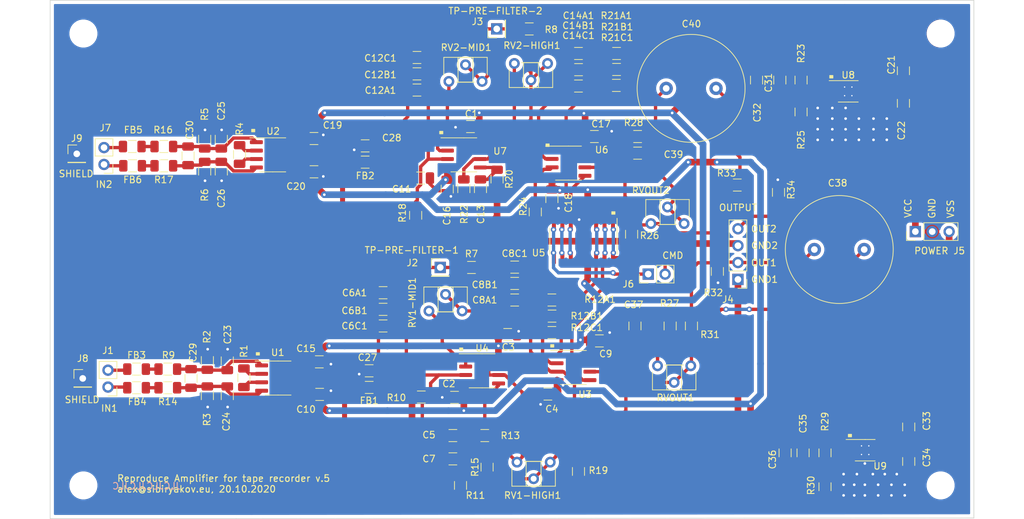
<source format=kicad_pcb>
(kicad_pcb (version 20171130) (host pcbnew "(5.1.5-0)")
  (layers (0 F.Cu signal) (31 B.Cu signal) (34 B.Paste user) (35 F.Paste user) (36 B.SilkS user) (37 F.SilkS user) (38 B.Mask user) (39 F.Mask user) (44 Edge.Cuts user))
  (net 0 "")
  (net 1 GND)
  (net 2 VCC)
  (net 3 VSS)
  (net 4 "Net-(C5-Pad1)")
  (net 5 "Net-(C7-Pad1)")
  (net 6 "Net-(C11-Pad2)")
  (net 7 "Net-(C11-Pad1)")
  (net 8 "Net-(C13-Pad1)")
  (net 9 "Net-(J6-Pad2)")
  (net 10 "Net-(J6-Pad1)")
  (net 11 "Net-(R13-Pad1)")
  (net 12 "Net-(R22-Pad1)")
  (net 13 "Net-(U5-Pad12)")
  (net 14 "Net-(R1-Pad2)")
  (net 15 "Net-(R1-Pad1)")
  (net 16 "Net-(R4-Pad2)")
  (net 17 "Net-(R4-Pad1)")
  (net 18 "Net-(C23-Pad1)")
  (net 19 "Net-(C24-Pad1)")
  (net 20 "Net-(C25-Pad1)")
  (net 21 "Net-(C26-Pad1)")
  (net 22 "Net-(R15-Pad2)")
  (net 23 "Net-(R24-Pad2)")
  (net 24 "Net-(RV1-MID1-Pad1)")
  (net 25 "Net-(RV2-MID1-Pad1)")
  (net 26 "Net-(FB1-Pad2)")
  (net 27 "Net-(FB2-Pad2)")
  (net 28 "Net-(C27-Pad1)")
  (net 29 "Net-(FB3-Pad1)")
  (net 30 "Net-(FB3-Pad2)")
  (net 31 "Net-(FB4-Pad2)")
  (net 32 "Net-(FB4-Pad1)")
  (net 33 "Net-(FB5-Pad2)")
  (net 34 "Net-(FB5-Pad1)")
  (net 35 "Net-(FB6-Pad1)")
  (net 36 "Net-(FB6-Pad2)")
  (net 37 "Net-(C21-Pad1)")
  (net 38 "Net-(C22-Pad2)")
  (net 39 "Net-(C31-Pad1)")
  (net 40 "Net-(C33-Pad1)")
  (net 41 "Net-(C34-Pad2)")
  (net 42 "Net-(C35-Pad1)")
  (net 43 "Net-(C37-Pad2)")
  (net 44 "Net-(C37-Pad1)")
  (net 45 "Net-(C38-Pad2)")
  (net 46 "Net-(C38-Pad1)")
  (net 47 "Net-(C39-Pad2)")
  (net 48 "Net-(C39-Pad1)")
  (net 49 "Net-(C40-Pad2)")
  (net 50 "Net-(C40-Pad1)")
  (net 51 "Net-(U3-Pad5)")
  (net 52 "Net-(U5-Pad11)")
  (net 53 "Net-(C12A1-Pad1)")
  (net 54 "Net-(C14A1-Pad1)")
  (net 55 "Net-(C14A1-Pad2)")
  (net 56 "Net-(C6A1-Pad1)")
  (net 57 "Net-(C8A1-Pad2)")
  (net 58 "Net-(C8A1-Pad1)")
  (module Resistor_SMD:R_1206_3216Metric (layer F.Cu) (at 166.6 82.9 90)
    (fp_text reference R34 (at 0.4 1.9 90) (layer F.SilkS))
    (fp_text value 22K)
    (pad 2 smd roundrect (at 1.4 0 90) (size 1.25 1.75) (layers F.Cu F.Paste F.Mask) (roundrect_rratio 0.2) (net 1 GND))
    (pad 1 smd roundrect (at -1.4 0 90) (size 1.25 1.75) (layers F.Cu F.Paste F.Mask) (roundrect_rratio 0.2) (net 50 "Net-(C40-Pad1)"))
  )
  (module Resistor_SMD:R_1206_3216Metric (layer F.Cu) (at 160.4 81.8 180)
    (fp_text reference R33 (at 1.6 1.8) (layer F.SilkS))
    (fp_text value 1K)
    (pad 2 smd roundrect (at 1.4 0 180) (size 1.25 1.75) (layers F.Cu F.Paste F.Mask) (roundrect_rratio 0.2) (net 47 "Net-(C39-Pad2)"))
    (pad 1 smd roundrect (at -1.4 0 180) (size 1.25 1.75) (layers F.Cu F.Paste F.Mask) (roundrect_rratio 0.2) (net 50 "Net-(C40-Pad1)"))
  )
  (module Resistor_SMD:R_1206_3216Metric (layer F.Cu) (at 157.4 94.8 270)
    (fp_text reference R32 (at 3.2 0.6 180) (layer F.SilkS))
    (fp_text value 22K)
    (pad 2 smd roundrect (at 1.4 0 270) (size 1.25 1.75) (layers F.Cu F.Paste F.Mask) (roundrect_rratio 0.2) (net 1 GND))
    (pad 1 smd roundrect (at -1.4 0 270) (size 1.25 1.75) (layers F.Cu F.Paste F.Mask) (roundrect_rratio 0.2) (net 46 "Net-(C38-Pad1)"))
  )
  (module Resistor_SMD:R_1206_3216Metric (layer F.Cu) (at 153.5 103 270)
    (fp_text reference R31 (at 1.3 -2.8 180) (layer F.SilkS))
    (fp_text value 1K)
    (pad 2 smd roundrect (at 1.4 0 270) (size 1.25 1.75) (layers F.Cu F.Paste F.Mask) (roundrect_rratio 0.2) (net 43 "Net-(C37-Pad2)"))
    (pad 1 smd roundrect (at -1.4 0 270) (size 1.25 1.75) (layers F.Cu F.Paste F.Mask) (roundrect_rratio 0.2) (net 46 "Net-(C38-Pad1)"))
  )
  (module Connector_PinHeader_2.54mm:PinHeader_1x02_P2.54mm_Vertical (layer F.Cu) (at 147 95.2 90)
    (fp_text reference J6 (at -1.5 -3 180) (layer F.SilkS))
    (fp_text value CMD (at 2.8 3.7) (layer F.SilkS))
    (pad 2 thru_hole oval (at 0 2.54 90) (size 1.7 1.7) (drill 1) (layers *.Cu *.Mask) (net 9 "Net-(J6-Pad2)"))
    (pad 1 thru_hole rect (at 0 0 90) (size 1.7 1.7) (drill 1) (layers *.Cu *.Mask) (net 10 "Net-(J6-Pad1)"))
  )
  (module Capacitor_THT:C_Radial_D16.0mm_H25.0mm_P7.50mm (layer F.Cu) (at 157.2 67.25 180)
    (fp_text reference C40 (at 3.7 9.7) (layer F.SilkS))
    (fp_text value "100U 35V NP")
    (pad 2 thru_hole circle (at 7.5 0 180) (size 2 2) (drill 1) (layers *.Cu *.Mask) (net 49 "Net-(C40-Pad2)"))
    (pad 1 thru_hole circle (at 0 0 180) (size 2 2) (drill 1) (layers *.Cu *.Mask) (net 50 "Net-(C40-Pad1)"))
  )
  (module Capacitor_SMD:C_1206_3216Metric (layer F.Cu) (at 145.4 77)
    (fp_text reference C39 (at 5.4 0.2) (layer F.SilkS))
    (fp_text value 100pF)
    (pad 2 smd roundrect (at 1.4 0) (size 1.25 1.75) (layers F.Cu F.Paste F.Mask) (roundrect_rratio 0.2) (net 47 "Net-(C39-Pad2)"))
    (pad 1 smd roundrect (at -1.4 0) (size 1.25 1.75) (layers F.Cu F.Paste F.Mask) (roundrect_rratio 0.2) (net 48 "Net-(C39-Pad1)"))
  )
  (module Capacitor_THT:C_Radial_D16.0mm_H25.0mm_P7.50mm (layer F.Cu) (at 172 91.5)
    (fp_text reference C38 (at 3.5 -10) (layer F.SilkS))
    (fp_text value "100U 35V NP")
    (pad 2 thru_hole circle (at 7.5 0) (size 2 2) (drill 1) (layers *.Cu *.Mask) (net 45 "Net-(C38-Pad2)"))
    (pad 1 thru_hole circle (at 0 0) (size 2 2) (drill 1) (layers *.Cu *.Mask) (net 46 "Net-(C38-Pad1)"))
  )
  (module Capacitor_SMD:C_1206_3216Metric (layer F.Cu) (at 145 103 270)
    (fp_text reference C37 (at -3.2 0.2 180) (layer F.SilkS))
    (fp_text value 100pF)
    (pad 2 smd roundrect (at 1.4 0 270) (size 1.25 1.75) (layers F.Cu F.Paste F.Mask) (roundrect_rratio 0.2) (net 43 "Net-(C37-Pad2)"))
    (pad 1 smd roundrect (at -1.4 0 270) (size 1.25 1.75) (layers F.Cu F.Paste F.Mask) (roundrect_rratio 0.2) (net 44 "Net-(C37-Pad1)"))
  )
  (module MountingHole:MountingHole_3.2mm_M3_DIN965 (layer F.Cu) (at 191 127)
    (fp_text reference REF** hide)
    (fp_text value MountingHole_3.2mm_M3_DIN965)
    (pad 1 np_thru_hole circle (at 0 0) (size 3.2 3.2) (drill 3.2) (layers *.Cu *.Mask))
  )
  (module MountingHole:MountingHole_3.2mm_M3_DIN965 (layer F.Cu) (at 62 127)
    (fp_text reference REF** hide)
    (fp_text value MountingHole_3.2mm_M3_DIN965)
    (pad 1 np_thru_hole circle (at 0 0) (size 3.2 3.2) (drill 3.2) (layers *.Cu *.Mask))
  )
  (module MountingHole:MountingHole_3.2mm_M3_DIN965 (layer F.Cu) (at 191 59)
    (fp_text reference REF** hide)
    (fp_text value MountingHole_3.2mm_M3_DIN965)
    (pad 1 np_thru_hole circle (at 0 0) (size 3.2 3.2) (drill 3.2) (layers *.Cu *.Mask))
  )
  (module MountingHole:MountingHole_3.2mm_M3_DIN965 (layer F.Cu) (at 62 59)
    (fp_text reference REF** hide)
    (fp_text value MountingHole_3.2mm_M3_DIN965)
    (pad 1 np_thru_hole circle (at 0 0) (size 3.2 3.2) (drill 3.2) (layers *.Cu *.Mask))
  )
  (module Resistor_SMD:R_1206_3216Metric (layer F.Cu) (at 86.15 110.8 270)
    (fp_text reference R1 (at -4 0 90) (layer F.SilkS))
    (fp_text value 12.1)
    (pad 2 smd roundrect (at 1.4 0 270) (size 1.25 1.75) (layers F.Cu F.Paste F.Mask) (roundrect_rratio 0.2) (net 14 "Net-(R1-Pad2)"))
    (pad 1 smd roundrect (at -1.4 0 270) (size 1.25 1.75) (layers F.Cu F.Paste F.Mask) (roundrect_rratio 0.2) (net 15 "Net-(R1-Pad1)"))
  )
  (module Resistor_SMD:R_1206_3216Metric (layer F.Cu) (at 85.5 77.2 270)
    (fp_text reference R4 (at -3.85 0 90) (layer F.SilkS))
    (fp_text value 12.1)
    (pad 2 smd roundrect (at 1.4 0 270) (size 1.25 1.75) (layers F.Cu F.Paste F.Mask) (roundrect_rratio 0.2) (net 16 "Net-(R4-Pad2)"))
    (pad 1 smd roundrect (at -1.4 0 270) (size 1.25 1.75) (layers F.Cu F.Paste F.Mask) (roundrect_rratio 0.2) (net 17 "Net-(R4-Pad1)"))
  )
  (module Package_SO:SOIC-8_3.9x4.9mm_P1.27mm (layer F.Cu) (at 90.5 77.25)
    (fp_text reference U2 (at 0.05 -3.55 180) (layer F.SilkS))
    (fp_text value AD8429)
    (pad 8 smd roundrect (at 2.475 -1.905) (size 1.95 0.6) (layers F.Cu F.Paste F.Mask) (net 2 VCC))
    (pad 7 smd roundrect (at 2.475 -0.635) (size 1.95 0.6) (layers F.Cu F.Paste F.Mask) (net 27 "Net-(FB2-Pad2)"))
    (pad 6 smd roundrect (at 2.475 0.635) (size 1.95 0.6) (layers F.Cu F.Paste F.Mask) (net 1 GND))
    (pad 5 smd roundrect (at 2.475 1.905) (size 1.95 0.6) (layers F.Cu F.Paste F.Mask) (net 3 VSS))
    (pad 4 smd roundrect (at -2.475 1.905) (size 1.95 0.6) (layers F.Cu F.Paste F.Mask) (net 21 "Net-(C26-Pad1)"))
    (pad 3 smd roundrect (at -2.475 0.635) (size 1.95 0.6) (layers F.Cu F.Paste F.Mask) (net 16 "Net-(R4-Pad2)"))
    (pad 2 smd roundrect (at -2.475 -0.635) (size 1.95 0.6) (layers F.Cu F.Paste F.Mask) (net 17 "Net-(R4-Pad1)"))
    (pad 1 smd roundrect (at -2.475 -1.905) (size 1.95 0.6) (layers F.Cu F.Paste F.Mask) (net 20 "Net-(C25-Pad1)"))
  )
  (module Resistor_SMD:R_1206_3216Metric (layer F.Cu) (at 145.4 74.5)
    (fp_text reference R28 (at -0.6 -2.1) (layer F.SilkS))
    (fp_text value 68)
    (pad 2 smd roundrect (at 1.4 0) (size 1.25 1.75) (layers F.Cu F.Paste F.Mask) (roundrect_rratio 0.2) (net 49 "Net-(C40-Pad2)"))
    (pad 1 smd roundrect (at -1.4 0) (size 1.25 1.75) (layers F.Cu F.Paste F.Mask) (roundrect_rratio 0.2) (net 48 "Net-(C39-Pad1)"))
  )
  (module Resistor_SMD:R_1206_3216Metric (layer F.Cu) (at 150.3 103 90)
    (fp_text reference R27 (at 3.4 -0.1 180) (layer F.SilkS))
    (fp_text value 68)
    (pad 2 smd roundrect (at 1.4 0 90) (size 1.25 1.75) (layers F.Cu F.Paste F.Mask) (roundrect_rratio 0.2) (net 44 "Net-(C37-Pad1)"))
    (pad 1 smd roundrect (at -1.4 0 90) (size 1.25 1.75) (layers F.Cu F.Paste F.Mask) (roundrect_rratio 0.2) (net 45 "Net-(C38-Pad2)"))
  )
  (module Capacitor_SMD:C_1206_3216Metric (layer F.Cu) (at 112.75 80.75 180)
    (fp_text reference C11 (at 2.85 -1.65 180) (layer F.SilkS))
    (fp_text value 6.8n)
    (pad 2 smd roundrect (at 1.4 0 180) (size 1.25 1.75) (layers F.Cu F.Paste F.Mask) (roundrect_rratio 0.2) (net 6 "Net-(C11-Pad2)"))
    (pad 1 smd roundrect (at -1.4 0 180) (size 1.25 1.75) (layers F.Cu F.Paste F.Mask) (roundrect_rratio 0.2) (net 7 "Net-(C11-Pad1)"))
  )
  (module Connector_PinHeader_2.54mm:PinHeader_1x01_P2.54mm_Vertical (layer F.Cu) (at 124.2 58.3 90)
    (fp_text reference J3 (at 1.1 -2.9 180) (layer F.SilkS))
    (fp_text value TP-PRE-FILTER-2 (at 2.7 -0.2) (layer F.SilkS))
    (pad 1 thru_hole rect (at 0 0 90) (size 1.7 1.7) (drill 1) (layers *.Cu *.Mask) (net 6 "Net-(C11-Pad2)"))
  )
  (module Connector_PinHeader_2.54mm:PinHeader_1x01_P2.54mm_Vertical (layer F.Cu) (at 115.7 94.2)
    (fp_text reference J2 (at -4.2 -0.7) (layer F.SilkS))
    (fp_text value TP-PRE-FILTER-1 (at -4.3 -2.6 180) (layer F.SilkS))
    (pad 1 thru_hole rect (at 0 0) (size 1.7 1.7) (drill 1) (layers *.Cu *.Mask) (net 28 "Net-(C27-Pad1)"))
  )
  (module Package_SO:SOIC-8_3.9x4.9mm_P1.27mm (layer F.Cu) (at 119.25 77.25)
    (fp_text reference U7 (at 5.45 -0.55) (layer F.SilkS))
    (fp_text value NE5532)
    (pad 8 smd roundrect (at 2.475 -1.905) (size 1.95 0.6) (layers F.Cu F.Paste F.Mask) (net 2 VCC))
    (pad 7 smd roundrect (at 2.475 -0.635) (size 1.95 0.6) (layers F.Cu F.Paste F.Mask) (net 12 "Net-(R22-Pad1)"))
    (pad 6 smd roundrect (at 2.475 0.635) (size 1.95 0.6) (layers F.Cu F.Paste F.Mask) (net 12 "Net-(R22-Pad1)"))
    (pad 5 smd roundrect (at 2.475 1.905) (size 1.95 0.6) (layers F.Cu F.Paste F.Mask) (net 8 "Net-(C13-Pad1)"))
    (pad 4 smd roundrect (at -2.475 1.905) (size 1.95 0.6) (layers F.Cu F.Paste F.Mask) (net 3 VSS))
    (pad 3 smd roundrect (at -2.475 0.635) (size 1.95 0.6) (layers F.Cu F.Paste F.Mask) (net 53 "Net-(C12A1-Pad1)"))
    (pad 2 smd roundrect (at -2.475 -0.635) (size 1.95 0.6) (layers F.Cu F.Paste F.Mask) (net 25 "Net-(RV2-MID1-Pad1)"))
    (pad 1 smd roundrect (at -2.475 -1.905) (size 1.95 0.6) (layers F.Cu F.Paste F.Mask) (net 25 "Net-(RV2-MID1-Pad1)"))
  )
  (module Package_SO:SOIC-8_3.9x4.9mm_P1.27mm (layer F.Cu) (at 135 78.5)
    (fp_text reference U6 (at 5 -2) (layer F.SilkS))
    (fp_text value NE5532)
    (pad 8 smd roundrect (at 2.475 -1.905) (size 1.95 0.6) (layers F.Cu F.Paste F.Mask) (net 2 VCC))
    (pad 7 smd roundrect (at 2.475 -0.635) (size 1.95 0.6) (layers F.Cu F.Paste F.Mask) (net 48 "Net-(C39-Pad1)"))
    (pad 6 smd roundrect (at 2.475 0.635) (size 1.95 0.6) (layers F.Cu F.Paste F.Mask) (net 47 "Net-(C39-Pad2)"))
    (pad 5 smd roundrect (at 2.475 1.905) (size 1.95 0.6) (layers F.Cu F.Paste F.Mask) (net 52 "Net-(U5-Pad11)"))
    (pad 4 smd roundrect (at -2.475 1.905) (size 1.95 0.6) (layers F.Cu F.Paste F.Mask) (net 3 VSS))
    (pad 3 smd roundrect (at -2.475 0.635) (size 1.95 0.6) (layers F.Cu F.Paste F.Mask) (net 23 "Net-(R24-Pad2)"))
    (pad 2 smd roundrect (at -2.475 -0.635) (size 1.95 0.6) (layers F.Cu F.Paste F.Mask) (net 55 "Net-(C14A1-Pad2)"))
    (pad 1 smd roundrect (at -2.475 -1.905) (size 1.95 0.6) (layers F.Cu F.Paste F.Mask) (net 54 "Net-(C14A1-Pad1)"))
  )
  (module Package_SO:SOIC-16_3.9x9.9mm_P1.27mm (layer F.Cu) (at 137.25 90.25 270)
    (fp_text reference U5 (at 1.75 6.75 180) (layer F.SilkS))
    (fp_text value ADG442)
    (pad 16 smd roundrect (at 2.475 -4.445 270) (size 1.95 0.6) (layers F.Cu F.Paste F.Mask) (net 9 "Net-(J6-Pad2)"))
    (pad 15 smd roundrect (at 2.475 -3.175 270) (size 1.95 0.6) (layers F.Cu F.Paste F.Mask) (net 51 "Net-(U3-Pad5)"))
    (pad 14 smd roundrect (at 2.475 -1.905 270) (size 1.95 0.6) (layers F.Cu F.Paste F.Mask) (net 58 "Net-(C8A1-Pad1)"))
    (pad 13 smd roundrect (at 2.475 -0.635 270) (size 1.95 0.6) (layers F.Cu F.Paste F.Mask) (net 2 VCC))
    (pad 12 smd roundrect (at 2.475 0.635 270) (size 1.95 0.6) (layers F.Cu F.Paste F.Mask) (net 13 "Net-(U5-Pad12)"))
    (pad 11 smd roundrect (at 2.475 1.905 270) (size 1.95 0.6) (layers F.Cu F.Paste F.Mask) (net 52 "Net-(U5-Pad11)"))
    (pad 10 smd roundrect (at 2.475 3.175 270) (size 1.95 0.6) (layers F.Cu F.Paste F.Mask) (net 54 "Net-(C14A1-Pad1)"))
    (pad 9 smd roundrect (at 2.475 4.445 270) (size 1.95 0.6) (layers F.Cu F.Paste F.Mask) (net 10 "Net-(J6-Pad1)"))
    (pad 8 smd roundrect (at -2.475 4.445 270) (size 1.95 0.6) (layers F.Cu F.Paste F.Mask) (net 10 "Net-(J6-Pad1)"))
    (pad 7 smd roundrect (at -2.475 3.175 270) (size 1.95 0.6) (layers F.Cu F.Paste F.Mask) (net 54 "Net-(C14A1-Pad1)"))
    (pad 6 smd roundrect (at -2.475 1.905 270) (size 1.95 0.6) (layers F.Cu F.Paste F.Mask) (net 52 "Net-(U5-Pad11)"))
    (pad 5 smd roundrect (at -2.475 0.635 270) (size 1.95 0.6) (layers F.Cu F.Paste F.Mask) (net 1 GND))
    (pad 4 smd roundrect (at -2.475 -0.635 270) (size 1.95 0.6) (layers F.Cu F.Paste F.Mask) (net 3 VSS))
    (pad 3 smd roundrect (at -2.475 -1.905 270) (size 1.95 0.6) (layers F.Cu F.Paste F.Mask) (net 58 "Net-(C8A1-Pad1)"))
    (pad 2 smd roundrect (at -2.475 -3.175 270) (size 1.95 0.6) (layers F.Cu F.Paste F.Mask) (net 51 "Net-(U3-Pad5)"))
    (pad 1 smd roundrect (at -2.475 -4.445 270) (size 1.95 0.6) (layers F.Cu F.Paste F.Mask) (net 9 "Net-(J6-Pad2)"))
  )
  (module Package_SO:SOIC-8_3.9x4.9mm_P1.27mm (layer F.Cu) (at 122 109.75)
    (fp_text reference U4 (at 0 -3.4) (layer F.SilkS))
    (fp_text value NE5532)
    (pad 1 smd roundrect (at -2.475 -1.905) (size 1.95 0.6) (layers F.Cu F.Paste F.Mask) (net 24 "Net-(RV1-MID1-Pad1)"))
    (pad 2 smd roundrect (at -2.475 -0.635) (size 1.95 0.6) (layers F.Cu F.Paste F.Mask) (net 24 "Net-(RV1-MID1-Pad1)"))
    (pad 3 smd roundrect (at -2.475 0.635) (size 1.95 0.6) (layers F.Cu F.Paste F.Mask) (net 56 "Net-(C6A1-Pad1)"))
    (pad 4 smd roundrect (at -2.475 1.905) (size 1.95 0.6) (layers F.Cu F.Paste F.Mask) (net 3 VSS))
    (pad 5 smd roundrect (at 2.475 1.905) (size 1.95 0.6) (layers F.Cu F.Paste F.Mask) (net 5 "Net-(C7-Pad1)"))
    (pad 6 smd roundrect (at 2.475 0.635) (size 1.95 0.6) (layers F.Cu F.Paste F.Mask) (net 11 "Net-(R13-Pad1)"))
    (pad 7 smd roundrect (at 2.475 -0.635) (size 1.95 0.6) (layers F.Cu F.Paste F.Mask) (net 11 "Net-(R13-Pad1)"))
    (pad 8 smd roundrect (at 2.475 -1.905) (size 1.95 0.6) (layers F.Cu F.Paste F.Mask) (net 2 VCC))
  )
  (module Package_SO:SOIC-8_3.9x4.9mm_P1.27mm (layer F.Cu) (at 135.75 109.25)
    (fp_text reference U3 (at 1.75 4.05) (layer F.SilkS))
    (fp_text value NE5532)
    (pad 8 smd roundrect (at 2.475 -1.905) (size 1.95 0.6) (layers F.Cu F.Paste F.Mask) (net 2 VCC))
    (pad 7 smd roundrect (at 2.475 -0.635) (size 1.95 0.6) (layers F.Cu F.Paste F.Mask) (net 44 "Net-(C37-Pad1)"))
    (pad 6 smd roundrect (at 2.475 0.635) (size 1.95 0.6) (layers F.Cu F.Paste F.Mask) (net 43 "Net-(C37-Pad2)"))
    (pad 5 smd roundrect (at 2.475 1.905) (size 1.95 0.6) (layers F.Cu F.Paste F.Mask) (net 51 "Net-(U3-Pad5)"))
    (pad 4 smd roundrect (at -2.475 1.905) (size 1.95 0.6) (layers F.Cu F.Paste F.Mask) (net 3 VSS))
    (pad 3 smd roundrect (at -2.475 0.635) (size 1.95 0.6) (layers F.Cu F.Paste F.Mask) (net 22 "Net-(R15-Pad2)"))
    (pad 2 smd roundrect (at -2.475 -0.635) (size 1.95 0.6) (layers F.Cu F.Paste F.Mask) (net 57 "Net-(C8A1-Pad2)"))
    (pad 1 smd roundrect (at -2.475 -1.905) (size 1.95 0.6) (layers F.Cu F.Paste F.Mask) (net 58 "Net-(C8A1-Pad1)"))
  )
  (module Package_SO:SOIC-8_3.9x4.9mm_P1.27mm (layer F.Cu) (at 91.294 110.846)
    (fp_text reference U1 (at -0.044 -3.846) (layer F.SilkS))
    (fp_text value AD8429)
    (pad 8 smd roundrect (at 2.475 -1.905) (size 1.95 0.6) (layers F.Cu F.Paste F.Mask) (net 2 VCC))
    (pad 7 smd roundrect (at 2.475 -0.635) (size 1.95 0.6) (layers F.Cu F.Paste F.Mask) (net 26 "Net-(FB1-Pad2)"))
    (pad 6 smd roundrect (at 2.475 0.635) (size 1.95 0.6) (layers F.Cu F.Paste F.Mask) (net 1 GND))
    (pad 5 smd roundrect (at 2.475 1.905) (size 1.95 0.6) (layers F.Cu F.Paste F.Mask) (net 3 VSS))
    (pad 4 smd roundrect (at -2.475 1.905) (size 1.95 0.6) (layers F.Cu F.Paste F.Mask) (net 19 "Net-(C24-Pad1)"))
    (pad 3 smd roundrect (at -2.475 0.635) (size 1.95 0.6) (layers F.Cu F.Paste F.Mask) (net 14 "Net-(R1-Pad2)"))
    (pad 2 smd roundrect (at -2.475 -0.635) (size 1.95 0.6) (layers F.Cu F.Paste F.Mask) (net 15 "Net-(R1-Pad1)"))
    (pad 1 smd roundrect (at -2.475 -1.905) (size 1.95 0.6) (layers F.Cu F.Paste F.Mask) (net 18 "Net-(C23-Pad1)"))
  )
  (module Resistor_SMD:R_1206_3216Metric (layer F.Cu) (at 144.5 89.2 270)
    (fp_text reference R26 (at 0.2 -2.7 180) (layer F.SilkS))
    (fp_text value 560)
    (pad 2 smd roundrect (at 1.4 0 270) (size 1.25 1.75) (layers F.Cu F.Paste F.Mask) (roundrect_rratio 0.2) (net 1 GND))
    (pad 1 smd roundrect (at -1.4 0 270) (size 1.25 1.75) (layers F.Cu F.Paste F.Mask) (roundrect_rratio 0.2) (net 47 "Net-(C39-Pad2)"))
  )
  (module Resistor_SMD:R_1206_3216Metric (layer F.Cu) (at 130 85.85 90)
    (fp_text reference R24 (at 0.85 -1.82 90) (layer F.SilkS))
    (fp_text value 3.9k)
    (pad 2 smd roundrect (at 1.4 0 90) (size 1.25 1.75) (layers F.Cu F.Paste F.Mask) (roundrect_rratio 0.2) (net 23 "Net-(R24-Pad2)"))
    (pad 1 smd roundrect (at -1.4 0 90) (size 1.25 1.75) (layers F.Cu F.Paste F.Mask) (roundrect_rratio 0.2) (net 1 GND))
  )
  (module Resistor_SMD:R_1206_3216Metric (layer F.Cu) (at 119.25 82.35 270)
    (fp_text reference R22 (at 3.85 -0.05 90) (layer F.SilkS))
    (fp_text value 625)
    (pad 2 smd roundrect (at 1.4 0 270) (size 1.25 1.75) (layers F.Cu F.Paste F.Mask) (roundrect_rratio 0.2) (net 7 "Net-(C11-Pad1)"))
    (pad 1 smd roundrect (at -1.4 0 270) (size 1.25 1.75) (layers F.Cu F.Paste F.Mask) (roundrect_rratio 0.2) (net 12 "Net-(R22-Pad1)"))
  )
  (module Resistor_SMD:R_1206_3216Metric (layer F.Cu) (at 124.25 80.9 270)
    (fp_text reference R20 (at 0 -1.82 90) (layer F.SilkS))
    (fp_text value 1.25k)
    (pad 2 smd roundrect (at 1.4 0 270) (size 1.25 1.75) (layers F.Cu F.Paste F.Mask) (roundrect_rratio 0.2) (net 1 GND))
    (pad 1 smd roundrect (at -1.4 0 270) (size 1.25 1.75) (layers F.Cu F.Paste F.Mask) (roundrect_rratio 0.2) (net 8 "Net-(C13-Pad1)"))
  )
  (module Resistor_SMD:R_1206_3216Metric (layer F.Cu) (at 136.5 124.9 270)
    (fp_text reference R19 (at -0.15 -3 180) (layer F.SilkS))
    (fp_text value 560)
    (pad 2 smd roundrect (at 1.4 0 270) (size 1.25 1.75) (layers F.Cu F.Paste F.Mask) (roundrect_rratio 0.2) (net 1 GND))
    (pad 1 smd roundrect (at -1.4 0 270) (size 1.25 1.75) (layers F.Cu F.Paste F.Mask) (roundrect_rratio 0.2) (net 43 "Net-(C37-Pad2)"))
  )
  (module Resistor_SMD:R_1206_3216Metric (layer F.Cu) (at 112 86.35 270)
    (fp_text reference R18 (at -0.35 2 90) (layer F.SilkS))
    (fp_text value 1.5k)
    (pad 2 smd roundrect (at 1.4 0 270) (size 1.25 1.75) (layers F.Cu F.Paste F.Mask) (roundrect_rratio 0.2) (net 1 GND))
    (pad 1 smd roundrect (at -1.4 0 270) (size 1.25 1.75) (layers F.Cu F.Paste F.Mask) (roundrect_rratio 0.2) (net 53 "Net-(C12A1-Pad1)"))
  )
  (module Resistor_SMD:R_1206_3216Metric (layer F.Cu) (at 122.75 124.25 90)
    (fp_text reference R15 (at 0 -1.82 90) (layer F.SilkS))
    (fp_text value 3.9k)
    (pad 2 smd roundrect (at 1.4 0 90) (size 1.25 1.75) (layers F.Cu F.Paste F.Mask) (roundrect_rratio 0.2) (net 22 "Net-(R15-Pad2)"))
    (pad 1 smd roundrect (at -1.4 0 90) (size 1.25 1.75) (layers F.Cu F.Paste F.Mask) (roundrect_rratio 0.2) (net 1 GND))
  )
  (module Resistor_SMD:R_1206_3216Metric (layer F.Cu) (at 122.4 119.5 180)
    (fp_text reference R13 (at -3.85 0) (layer F.SilkS))
    (fp_text value 625)
    (pad 2 smd roundrect (at 1.4 0 180) (size 1.25 1.75) (layers F.Cu F.Paste F.Mask) (roundrect_rratio 0.2) (net 4 "Net-(C5-Pad1)"))
    (pad 1 smd roundrect (at -1.4 0 180) (size 1.25 1.75) (layers F.Cu F.Paste F.Mask) (roundrect_rratio 0.2) (net 11 "Net-(R13-Pad1)"))
  )
  (module Resistor_SMD:R_1206_3216Metric (layer F.Cu) (at 132.5 104 180)
    (fp_text reference R12C1 (at -5.25 0.75) (layer F.SilkS))
    (fp_text value "51k, 1%")
    (pad 2 smd roundrect (at 1.4 0 180) (size 1.25 1.75) (layers F.Cu F.Paste F.Mask) (roundrect_rratio 0.2) (net 57 "Net-(C8A1-Pad2)"))
    (pad 1 smd roundrect (at -1.4 0 180) (size 1.25 1.75) (layers F.Cu F.Paste F.Mask) (roundrect_rratio 0.2) (net 58 "Net-(C8A1-Pad1)"))
  )
  (module Resistor_SMD:R_1206_3216Metric (layer F.Cu) (at 118.75 127 270)
    (fp_text reference R11 (at 1.5 -2.25 180) (layer F.SilkS))
    (fp_text value 1.25k)
    (pad 2 smd roundrect (at 1.4 0 270) (size 1.25 1.75) (layers F.Cu F.Paste F.Mask) (roundrect_rratio 0.2) (net 1 GND))
    (pad 1 smd roundrect (at -1.4 0 270) (size 1.25 1.75) (layers F.Cu F.Paste F.Mask) (roundrect_rratio 0.2) (net 5 "Net-(C7-Pad1)"))
  )
  (module Resistor_SMD:R_1206_3216Metric (layer F.Cu) (at 112.85 113.7 180)
    (fp_text reference R10 (at 3.75 -0.1) (layer F.SilkS))
    (fp_text value "1.5k, 1%")
    (pad 2 smd roundrect (at 1.4 0 180) (size 1.25 1.75) (layers F.Cu F.Paste F.Mask) (roundrect_rratio 0.2) (net 1 GND))
    (pad 1 smd roundrect (at -1.4 0 180) (size 1.25 1.75) (layers F.Cu F.Paste F.Mask) (roundrect_rratio 0.2) (net 56 "Net-(C6A1-Pad1)"))
  )
  (module Connector_PinHeader_2.54mm:PinHeader_1x03_P2.54mm_Vertical (layer F.Cu) (at 187.2 88.8 90)
    (fp_text reference J5 (at -2.9 6.6 180) (layer F.SilkS))
    (fp_text value Power)
    (pad 3 thru_hole oval (at 0 5.08 90) (size 1.7 1.7) (drill 1) (layers *.Cu *.Mask) (net 40 "Net-(C33-Pad1)"))
    (pad 2 thru_hole oval (at 0 2.54 90) (size 1.7 1.7) (drill 1) (layers *.Mask F.Cu) (net 1 GND))
    (pad 1 thru_hole rect (at 0 0 90) (size 1.7 1.7) (drill 1) (layers *.Cu *.Mask) (net 37 "Net-(C21-Pad1)"))
  )
  (module Capacitor_SMD:C_1206_3216Metric (layer F.Cu) (at 96.7 79.8 180)
    (fp_text reference C20 (at 2.7 -2.2 180) (layer F.SilkS))
    (fp_text value 0.1uF)
    (pad 2 smd roundrect (at 1.4 0 180) (size 1.25 1.75) (layers F.Cu F.Paste F.Mask) (roundrect_rratio 0.2) (net 3 VSS))
    (pad 1 smd roundrect (at -1.4 0 180) (size 1.25 1.75) (layers F.Cu F.Paste F.Mask) (roundrect_rratio 0.2) (net 1 GND))
  )
  (module Capacitor_SMD:C_1206_3216Metric (layer F.Cu) (at 96.7 74.8 180)
    (fp_text reference C19 (at -2.8 2 180) (layer F.SilkS))
    (fp_text value 0.1uF)
    (pad 2 smd roundrect (at 1.4 0 180) (size 1.25 1.75) (layers F.Cu F.Paste F.Mask) (roundrect_rratio 0.2) (net 2 VCC))
    (pad 1 smd roundrect (at -1.4 0 180) (size 1.25 1.75) (layers F.Cu F.Paste F.Mask) (roundrect_rratio 0.2) (net 1 GND))
  )
  (module Capacitor_SMD:C_1206_3216Metric (layer F.Cu) (at 132.5 83.85 90)
    (fp_text reference C18 (at -0.65 2.5 90) (layer F.SilkS))
    (fp_text value 0.1uF)
    (pad 2 smd roundrect (at 1.4 0 90) (size 1.25 1.75) (layers F.Cu F.Paste F.Mask) (roundrect_rratio 0.2) (net 3 VSS))
    (pad 1 smd roundrect (at -1.4 0 90) (size 1.25 1.75) (layers F.Cu F.Paste F.Mask) (roundrect_rratio 0.2) (net 1 GND))
  )
  (module Capacitor_SMD:C_1206_3216Metric (layer F.Cu) (at 138.9 74.5 180)
    (fp_text reference C17 (at -1 1.9) (layer F.SilkS))
    (fp_text value 0.1uF)
    (pad 2 smd roundrect (at 1.4 0 180) (size 1.25 1.75) (layers F.Cu F.Paste F.Mask) (roundrect_rratio 0.2) (net 2 VCC))
    (pad 1 smd roundrect (at -1.4 0 180) (size 1.25 1.75) (layers F.Cu F.Paste F.Mask) (roundrect_rratio 0.2) (net 1 GND))
  )
  (module Capacitor_SMD:C_1206_3216Metric (layer F.Cu) (at 116.75 82.4 90)
    (fp_text reference C16 (at -4 -0.05 90) (layer F.SilkS))
    (fp_text value 0.1uF)
    (pad 2 smd roundrect (at 1.4 0 90) (size 1.25 1.75) (layers F.Cu F.Paste F.Mask) (roundrect_rratio 0.2) (net 3 VSS))
    (pad 1 smd roundrect (at -1.4 0 90) (size 1.25 1.75) (layers F.Cu F.Paste F.Mask) (roundrect_rratio 0.2) (net 1 GND))
  )
  (module Capacitor_SMD:C_1206_3216Metric (layer F.Cu) (at 97.5 108.4 180)
    (fp_text reference C15 (at 2 2) (layer F.SilkS))
    (fp_text value 0.1uF)
    (pad 2 smd roundrect (at 1.4 0 180) (size 1.25 1.75) (layers F.Cu F.Paste F.Mask) (roundrect_rratio 0.2) (net 2 VCC))
    (pad 1 smd roundrect (at -1.4 0 180) (size 1.25 1.75) (layers F.Cu F.Paste F.Mask) (roundrect_rratio 0.2) (net 1 GND))
  )
  (module Capacitor_SMD:C_1206_3216Metric (layer F.Cu) (at 121.75 82.35 270)
    (fp_text reference C13 (at 3.85 -0.05 90) (layer F.SilkS))
    (fp_text value 6.8n)
    (pad 2 smd roundrect (at 1.4 0 270) (size 1.25 1.75) (layers F.Cu F.Paste F.Mask) (roundrect_rratio 0.2) (net 7 "Net-(C11-Pad1)"))
    (pad 1 smd roundrect (at -1.4 0 270) (size 1.25 1.75) (layers F.Cu F.Paste F.Mask) (roundrect_rratio 0.2) (net 8 "Net-(C13-Pad1)"))
  )
  (module Capacitor_SMD:C_1206_3216Metric (layer F.Cu) (at 97.55 113.3 180)
    (fp_text reference C10 (at 2.05 -2.25) (layer F.SilkS))
    (fp_text value 0.1uF)
    (pad 2 smd roundrect (at 1.4 0 180) (size 1.25 1.75) (layers F.Cu F.Paste F.Mask) (roundrect_rratio 0.2) (net 3 VSS))
    (pad 1 smd roundrect (at -1.4 0 180) (size 1.25 1.75) (layers F.Cu F.Paste F.Mask) (roundrect_rratio 0.2) (net 1 GND))
  )
  (module Capacitor_SMD:C_1206_3216Metric (layer F.Cu) (at 139.65 105.25 180)
    (fp_text reference C9 (at -0.95 -1.95) (layer F.SilkS))
    (fp_text value 0.1uF)
    (pad 2 smd roundrect (at 1.4 0 180) (size 1.25 1.75) (layers F.Cu F.Paste F.Mask) (roundrect_rratio 0.2) (net 2 VCC))
    (pad 1 smd roundrect (at -1.4 0 180) (size 1.25 1.75) (layers F.Cu F.Paste F.Mask) (roundrect_rratio 0.2) (net 1 GND))
  )
  (module Capacitor_SMD:C_1206_3216Metric (layer F.Cu) (at 126.9 99.1 180)
    (fp_text reference C8A1 (at 4.5 0) (layer F.SilkS))
    (fp_text value "39n, 1%")
    (pad 2 smd roundrect (at 1.4 0 180) (size 1.25 1.75) (layers F.Cu F.Paste F.Mask) (roundrect_rratio 0.2) (net 57 "Net-(C8A1-Pad2)"))
    (pad 1 smd roundrect (at -1.4 0 180) (size 1.25 1.75) (layers F.Cu F.Paste F.Mask) (roundrect_rratio 0.2) (net 58 "Net-(C8A1-Pad1)"))
  )
  (module Capacitor_SMD:C_1206_3216Metric (layer F.Cu) (at 117.6 123 180)
    (fp_text reference C7 (at 3.6 0) (layer F.SilkS))
    (fp_text value "6.8n, 1%")
    (pad 2 smd roundrect (at 1.4 0 180) (size 1.25 1.75) (layers F.Cu F.Paste F.Mask) (roundrect_rratio 0.2) (net 4 "Net-(C5-Pad1)"))
    (pad 1 smd roundrect (at -1.4 0 180) (size 1.25 1.75) (layers F.Cu F.Paste F.Mask) (roundrect_rratio 0.2) (net 5 "Net-(C7-Pad1)"))
  )
  (module Capacitor_SMD:C_1206_3216Metric (layer F.Cu) (at 107.1 103 180)
    (fp_text reference C6C1 (at 4.3 0) (layer F.SilkS))
    (fp_text value "22n, 1%")
    (pad 2 smd roundrect (at 1.4 0 180) (size 1.25 1.75) (layers F.Cu F.Paste F.Mask) (roundrect_rratio 0.2) (net 28 "Net-(C27-Pad1)"))
    (pad 1 smd roundrect (at -1.4 0 180) (size 1.25 1.75) (layers F.Cu F.Paste F.Mask) (roundrect_rratio 0.2) (net 56 "Net-(C6A1-Pad1)"))
  )
  (module Capacitor_SMD:C_1206_3216Metric (layer F.Cu) (at 117.6 119.5 180)
    (fp_text reference C5 (at 3.6 0.1) (layer F.SilkS))
    (fp_text value "6.8n, 1%")
    (pad 2 smd roundrect (at 1.4 0 180) (size 1.25 1.75) (layers F.Cu F.Paste F.Mask) (roundrect_rratio 0.2) (net 28 "Net-(C27-Pad1)"))
    (pad 1 smd roundrect (at -1.4 0 180) (size 1.25 1.75) (layers F.Cu F.Paste F.Mask) (roundrect_rratio 0.2) (net 4 "Net-(C5-Pad1)"))
  )
  (module Capacitor_SMD:C_1206_3216Metric (layer F.Cu) (at 131.9 113.25 180)
    (fp_text reference C4 (at -0.6 -2.25) (layer F.SilkS))
    (fp_text value 0.1uF)
    (pad 2 smd roundrect (at 1.4 0 180) (size 1.25 1.75) (layers F.Cu F.Paste F.Mask) (roundrect_rratio 0.2) (net 1 GND))
    (pad 1 smd roundrect (at -1.4 0 180) (size 1.25 1.75) (layers F.Cu F.Paste F.Mask) (roundrect_rratio 0.2) (net 3 VSS))
  )
  (module Capacitor_SMD:C_1206_3216Metric (layer F.Cu) (at 125.85 104.3)
    (fp_text reference C3 (at 0.1 1.9) (layer F.SilkS))
    (fp_text value 0.1uF)
    (pad 1 smd roundrect (at -1.4 0) (size 1.25 1.75) (layers F.Cu F.Paste F.Mask) (roundrect_rratio 0.2) (net 2 VCC))
    (pad 2 smd roundrect (at 1.4 0) (size 1.25 1.75) (layers F.Cu F.Paste F.Mask) (roundrect_rratio 0.2) (net 1 GND))
  )
  (module Capacitor_SMD:C_1206_3216Metric (layer F.Cu) (at 117.85 113.75 180)
    (fp_text reference C2 (at 0.85 2.05) (layer F.SilkS))
    (fp_text value 0.1uF)
    (pad 1 smd roundrect (at -1.4 0 180) (size 1.25 1.75) (layers F.Cu F.Paste F.Mask) (roundrect_rratio 0.2) (net 3 VSS))
    (pad 2 smd roundrect (at 1.4 0 180) (size 1.25 1.75) (layers F.Cu F.Paste F.Mask) (roundrect_rratio 0.2) (net 1 GND))
  )
  (module Capacitor_SMD:C_1206_3216Metric (layer F.Cu) (at 120.25 73 180)
    (fp_text reference C1 (at -0.14 1.91) (layer F.SilkS))
    (fp_text value 0.1uF)
    (pad 2 smd roundrect (at 1.4 0 180) (size 1.25 1.75) (layers F.Cu F.Paste F.Mask) (roundrect_rratio 0.2) (net 1 GND))
    (pad 1 smd roundrect (at -1.4 0 180) (size 1.25 1.75) (layers F.Cu F.Paste F.Mask) (roundrect_rratio 0.2) (net 2 VCC))
  )
  (module Capacitor_SMD:C_1206_3216Metric (layer F.Cu) (at 83.65 108.25 90)
    (fp_text reference C23 (at 3.95 0.05 90) (layer F.SilkS))
    (fp_text value 47p)
    (pad 2 smd roundrect (at 1.4 0 90) (size 1.25 1.75) (layers F.Cu F.Paste F.Mask) (roundrect_rratio 0.2) (net 1 GND))
    (pad 1 smd roundrect (at -1.4 0 90) (size 1.25 1.75) (layers F.Cu F.Paste F.Mask) (roundrect_rratio 0.2) (net 18 "Net-(C23-Pad1)"))
  )
  (module Capacitor_SMD:C_1206_3216Metric (layer F.Cu) (at 83.65 113.5 270)
    (fp_text reference C24 (at 3.9 0.15 90) (layer F.SilkS))
    (fp_text value 47p)
    (pad 1 smd roundrect (at -1.4 0 270) (size 1.25 1.75) (layers F.Cu F.Paste F.Mask) (roundrect_rratio 0.2) (net 19 "Net-(C24-Pad1)"))
    (pad 2 smd roundrect (at 1.4 0 270) (size 1.25 1.75) (layers F.Cu F.Paste F.Mask) (roundrect_rratio 0.2) (net 1 GND))
  )
  (module Capacitor_SMD:C_1206_3216Metric (layer F.Cu) (at 82.75 74.9 90)
    (fp_text reference C25 (at 4.25 0 90) (layer F.SilkS))
    (fp_text value 47p)
    (pad 2 smd roundrect (at 1.4 0 90) (size 1.25 1.75) (layers F.Cu F.Paste F.Mask) (roundrect_rratio 0.2) (net 1 GND))
    (pad 1 smd roundrect (at -1.4 0 90) (size 1.25 1.75) (layers F.Cu F.Paste F.Mask) (roundrect_rratio 0.2) (net 20 "Net-(C25-Pad1)"))
  )
  (module Capacitor_SMD:C_1206_3216Metric (layer F.Cu) (at 82.75 79.7 270)
    (fp_text reference C26 (at 4.1 0 90) (layer F.SilkS))
    (fp_text value 47p)
    (pad 1 smd roundrect (at -1.4 0 270) (size 1.25 1.75) (layers F.Cu F.Paste F.Mask) (roundrect_rratio 0.2) (net 21 "Net-(C26-Pad1)"))
    (pad 2 smd roundrect (at 1.4 0 270) (size 1.25 1.75) (layers F.Cu F.Paste F.Mask) (roundrect_rratio 0.2) (net 1 GND))
  )
  (module Resistor_SMD:R_1206_3216Metric (layer F.Cu) (at 80.65 108.2 90)
    (fp_text reference R2 (at 3.55 -0.05 90) (layer F.SilkS))
    (fp_text value 22k)
    (pad 1 smd roundrect (at -1.4 0 90) (size 1.25 1.75) (layers F.Cu F.Paste F.Mask) (roundrect_rratio 0.2) (net 18 "Net-(C23-Pad1)"))
    (pad 2 smd roundrect (at 1.4 0 90) (size 1.25 1.75) (layers F.Cu F.Paste F.Mask) (roundrect_rratio 0.2) (net 1 GND))
  )
  (module Resistor_SMD:R_1206_3216Metric (layer F.Cu) (at 80.65 113.5 270)
    (fp_text reference R3 (at 3.6 0.05 90) (layer F.SilkS))
    (fp_text value 22k)
    (pad 2 smd roundrect (at 1.4 0 270) (size 1.25 1.75) (layers F.Cu F.Paste F.Mask) (roundrect_rratio 0.2) (net 1 GND))
    (pad 1 smd roundrect (at -1.4 0 270) (size 1.25 1.75) (layers F.Cu F.Paste F.Mask) (roundrect_rratio 0.2) (net 19 "Net-(C24-Pad1)"))
  )
  (module Resistor_SMD:R_1206_3216Metric (layer F.Cu) (at 80.25 74.9 90)
    (fp_text reference R5 (at 3.75 0 90) (layer F.SilkS))
    (fp_text value 22k)
    (pad 1 smd roundrect (at -1.4 0 90) (size 1.25 1.75) (layers F.Cu F.Paste F.Mask) (roundrect_rratio 0.2) (net 20 "Net-(C25-Pad1)"))
    (pad 2 smd roundrect (at 1.4 0 90) (size 1.25 1.75) (layers F.Cu F.Paste F.Mask) (roundrect_rratio 0.2) (net 1 GND))
  )
  (module Resistor_SMD:R_1206_3216Metric (layer F.Cu) (at 80.25 79.7 270)
    (fp_text reference R6 (at 3.6 0 90) (layer F.SilkS))
    (fp_text value 22k)
    (pad 2 smd roundrect (at 1.4 0 270) (size 1.25 1.75) (layers F.Cu F.Paste F.Mask) (roundrect_rratio 0.2) (net 1 GND))
    (pad 1 smd roundrect (at -1.4 0 270) (size 1.25 1.75) (layers F.Cu F.Paste F.Mask) (roundrect_rratio 0.2) (net 21 "Net-(C26-Pad1)"))
  )
  (module Resistor_SMD:R_1206_3216Metric (layer F.Cu) (at 120.4 94.2 180)
    (fp_text reference R7 (at 0 2.05) (layer F.SilkS))
    (fp_text value 5.6k)
    (pad 2 smd roundrect (at 1.4 0 180) (size 1.25 1.75) (layers F.Cu F.Paste F.Mask) (roundrect_rratio 0.2) (net 28 "Net-(C27-Pad1)"))
    (pad 1 smd roundrect (at -1.4 0 180) (size 1.25 1.75) (layers F.Cu F.Paste F.Mask) (roundrect_rratio 0.2) (net 57 "Net-(C8A1-Pad2)"))
  )
  (module Resistor_SMD:R_1206_3216Metric (layer F.Cu) (at 129.1 58.3 180)
    (fp_text reference R8 (at -3.3 -0.1) (layer F.SilkS))
    (fp_text value 5.6k)
    (pad 1 smd roundrect (at -1.4 0 180) (size 1.25 1.75) (layers F.Cu F.Paste F.Mask) (roundrect_rratio 0.2) (net 55 "Net-(C14A1-Pad2)"))
    (pad 2 smd roundrect (at 1.4 0 180) (size 1.25 1.75) (layers F.Cu F.Paste F.Mask) (roundrect_rratio 0.2) (net 6 "Net-(C11-Pad2)"))
  )
  (module Potentiometer_THT:Potentiometer_Piher_PT-6-H_Horizontal (layer F.Cu) (at 114 100.75 90)
    (fp_text reference RV1-MID1 (at 1.25 -2.5 270) (layer F.SilkS))
    (fp_text value 3k)
    (pad 3 thru_hole circle (at 0 5 90) (size 1.62 1.62) (drill 0.9) (layers *.Cu *.Mask) (net 22 "Net-(R15-Pad2)"))
    (pad 2 thru_hole circle (at 2.5 2.5 90) (size 1.62 1.62) (drill 0.9) (layers *.Cu *.Mask) (net 22 "Net-(R15-Pad2)"))
    (pad 1 thru_hole circle (at 0 0 90) (size 1.62 1.62) (drill 0.9) (layers *.Cu *.Mask) (net 24 "Net-(RV1-MID1-Pad1)"))
  )
  (module Potentiometer_THT:Potentiometer_Piher_PT-6-H_Horizontal (layer F.Cu) (at 132.25 123.5 270)
    (fp_text reference RV1-HIGH1 (at 5 2.65 180) (layer F.SilkS))
    (fp_text value 3k)
    (pad 1 thru_hole circle (at 0 0 270) (size 1.62 1.62) (drill 0.9) (layers *.Cu *.Mask) (net 22 "Net-(R15-Pad2)"))
    (pad 2 thru_hole circle (at 2.5 2.5 270) (size 1.62 1.62) (drill 0.9) (layers *.Cu *.Mask) (net 22 "Net-(R15-Pad2)"))
    (pad 3 thru_hole circle (at 0 5 270) (size 1.62 1.62) (drill 0.9) (layers *.Cu *.Mask) (net 11 "Net-(R13-Pad1)"))
  )
  (module Potentiometer_THT:Potentiometer_Piher_PT-6-H_Horizontal (layer F.Cu) (at 117 66.2 90)
    (fp_text reference RV2-MID1 (at 5.1 2.6 180) (layer F.SilkS))
    (fp_text value 3k)
    (pad 3 thru_hole circle (at 0 5 90) (size 1.62 1.62) (drill 0.9) (layers *.Cu *.Mask) (net 23 "Net-(R24-Pad2)"))
    (pad 2 thru_hole circle (at 2.5 2.5 90) (size 1.62 1.62) (drill 0.9) (layers *.Cu *.Mask) (net 23 "Net-(R24-Pad2)"))
    (pad 1 thru_hole circle (at 0 0 90) (size 1.62 1.62) (drill 0.9) (layers *.Cu *.Mask) (net 25 "Net-(RV2-MID1-Pad1)"))
  )
  (module Potentiometer_THT:Potentiometer_Piher_PT-6-H_Horizontal (layer F.Cu) (at 131.85 63.5 270)
    (fp_text reference RV2-HIGH1 (at -2.7 2.35 180) (layer F.SilkS))
    (fp_text value 3K)
    (pad 1 thru_hole circle (at 0 0 270) (size 1.62 1.62) (drill 0.9) (layers *.Cu *.Mask) (net 23 "Net-(R24-Pad2)"))
    (pad 2 thru_hole circle (at 2.5 2.5 270) (size 1.62 1.62) (drill 0.9) (layers *.Cu *.Mask) (net 23 "Net-(R24-Pad2)"))
    (pad 3 thru_hole circle (at 0 5 270) (size 1.62 1.62) (drill 0.9) (layers *.Cu *.Mask) (net 12 "Net-(R22-Pad1)"))
  )
  (module Potentiometer_THT:Potentiometer_Piher_PT-6-H_Horizontal (layer F.Cu) (at 153.4 109 270)
    (fp_text reference RVOUT1 (at 4.8 2.3 180) (layer F.SilkS))
    (fp_text value 7.5k)
    (pad 1 thru_hole circle (at 0 0 270) (size 1.62 1.62) (drill 0.9) (layers *.Cu *.Mask) (net 43 "Net-(C37-Pad2)"))
    (pad 2 thru_hole circle (at 2.5 2.5 270) (size 1.62 1.62) (drill 0.9) (layers *.Cu *.Mask) (net 43 "Net-(C37-Pad2)"))
    (pad 3 thru_hole circle (at 0 5 270) (size 1.62 1.62) (drill 0.9) (layers *.Cu *.Mask) (net 45 "Net-(C38-Pad2)"))
  )
  (module Potentiometer_THT:Potentiometer_Piher_PT-6-H_Horizontal (layer F.Cu) (at 147.4 87.6 90)
    (fp_text reference RVOUT2 (at 5 0 180) (layer F.SilkS))
    (fp_text value 7.5k)
    (pad 3 thru_hole circle (at 0 5 90) (size 1.62 1.62) (drill 0.9) (layers *.Cu *.Mask) (net 49 "Net-(C40-Pad2)"))
    (pad 2 thru_hole circle (at 2.5 2.5 90) (size 1.62 1.62) (drill 0.9) (layers *.Cu *.Mask) (net 49 "Net-(C40-Pad2)"))
    (pad 1 thru_hole circle (at 0 0 90) (size 1.62 1.62) (drill 0.9) (layers *.Cu *.Mask) (net 47 "Net-(C39-Pad2)"))
  )
  (module Connector_PinHeader_2.54mm:PinHeader_1x02_P2.54mm_Vertical (layer F.Cu) (at 65.7 112.2 180)
    (fp_text reference J1 (at 0 5.5) (layer F.SilkS))
    (fp_text value IN1)
    (pad 2 thru_hole oval (at 0 2.54 180) (size 1.7 1.7) (drill 1) (layers *.Cu *.Mask) (net 30 "Net-(FB3-Pad2)"))
    (pad 1 thru_hole oval (at 0 0 180) (size 1.7 1.7) (drill 1) (layers *.Cu *.Mask) (net 31 "Net-(FB4-Pad2)"))
  )
  (module Connector_PinHeader_2.54mm:PinHeader_1x02_P2.54mm_Vertical (layer F.Cu) (at 65.1 78.7 180)
    (fp_text reference J7 (at -0.2 5.5) (layer F.SilkS))
    (fp_text value IN2)
    (pad 1 thru_hole oval (at 0 0 180) (size 1.7 1.7) (drill 1) (layers *.Cu *.Mask) (net 36 "Net-(FB6-Pad2)"))
    (pad 2 thru_hole oval (at 0 2.54 180) (size 1.7 1.7) (drill 1) (layers *.Cu *.Mask) (net 33 "Net-(FB5-Pad2)"))
  )
  (module Connector_PinHeader_2.54mm:PinHeader_1x01_P2.54mm_Vertical (layer F.Cu) (at 61.9 110.9)
    (fp_text reference J8 (at 0 -3) (layer F.SilkS))
    (fp_text value SHIELD1)
    (pad 1 thru_hole rect (at 0 0) (size 1.7 1.7) (drill 1) (layers *.Cu *.Mask) (net 1 GND))
  )
  (module Connector_PinHeader_2.54mm:PinHeader_1x01_P2.54mm_Vertical (layer F.Cu) (at 61 77.1)
    (fp_text reference J9 (at 0 -2.33) (layer F.SilkS))
    (fp_text value SHIELD2)
    (pad 1 thru_hole rect (at 0 0) (size 1.7 1.7) (drill 1) (layers *.Cu *.Mask) (net 1 GND))
  )
  (module Inductor_SMD:L_1206_3216Metric (layer F.Cu) (at 105.005001 112.25 180)
    (fp_text reference FB1 (at 0.005001 -2) (layer F.SilkS))
    (fp_text value Ferrite_Bead)
    (pad 2 smd roundrect (at 1.4 0 180) (size 1.25 1.75) (layers F.Cu F.Paste F.Mask) (roundrect_rratio 0.2) (net 26 "Net-(FB1-Pad2)"))
    (pad 1 smd roundrect (at -1.4 0 180) (size 1.25 1.75) (layers F.Cu F.Paste F.Mask) (roundrect_rratio 0.2) (net 28 "Net-(C27-Pad1)"))
  )
  (module Inductor_SMD:L_1206_3216Metric (layer F.Cu) (at 104.4 78.35 180)
    (fp_text reference FB2 (at 0 -2.05) (layer F.SilkS))
    (fp_text value Ferrite_Bead)
    (pad 1 smd roundrect (at -1.4 0 180) (size 1.25 1.75) (layers F.Cu F.Paste F.Mask) (roundrect_rratio 0.2) (net 6 "Net-(C11-Pad2)"))
    (pad 2 smd roundrect (at 1.4 0 180) (size 1.25 1.75) (layers F.Cu F.Paste F.Mask) (roundrect_rratio 0.2) (net 27 "Net-(FB2-Pad2)"))
  )
  (module Capacitor_SMD:C_1206_3216Metric (layer F.Cu) (at 105 109.75 180)
    (fp_text reference C27 (at 0.25 2) (layer F.SilkS))
    (fp_text value 0.1uF)
    (pad 1 smd roundrect (at -1.4 0 180) (size 1.25 1.75) (layers F.Cu F.Paste F.Mask) (roundrect_rratio 0.2) (net 28 "Net-(C27-Pad1)"))
    (pad 2 smd roundrect (at 1.4 0 180) (size 1.25 1.75) (layers F.Cu F.Paste F.Mask) (roundrect_rratio 0.2) (net 1 GND))
  )
  (module Capacitor_SMD:C_1206_3216Metric (layer F.Cu) (at 104.4 75.9 180)
    (fp_text reference C28 (at -4 1.2) (layer F.SilkS))
    (fp_text value 0.1uF)
    (pad 2 smd roundrect (at 1.4 0 180) (size 1.25 1.75) (layers F.Cu F.Paste F.Mask) (roundrect_rratio 0.2) (net 1 GND))
    (pad 1 smd roundrect (at -1.4 0 180) (size 1.25 1.75) (layers F.Cu F.Paste F.Mask) (roundrect_rratio 0.2) (net 6 "Net-(C11-Pad2)"))
  )
  (module Connector_PinHeader_2.54mm:PinHeader_1x04_P2.54mm_Vertical (layer F.Cu) (at 160.5 96 180)
    (fp_text reference J4 (at 1.5 -3) (layer F.SilkS))
    (fp_text value Output)
    (pad 1 thru_hole rect (at 0 0 180) (size 1.7 1.7) (drill 1) (layers *.Cu *.Mask) (net 1 GND) (clearance 0.25))
    (pad 2 thru_hole oval (at 0 2.54 180) (size 1.7 1.7) (drill 1) (layers *.Cu *.Mask) (net 46 "Net-(C38-Pad1)"))
    (pad 3 thru_hole oval (at 0 5.08 180) (size 1.7 1.7) (drill 1) (layers *.Cu *.Mask) (net 1 GND) (clearance 0.25))
    (pad 4 thru_hole oval (at 0 7.62 180) (size 1.7 1.7) (drill 1) (layers *.Cu *.Mask) (net 50 "Net-(C40-Pad1)"))
  )
  (module Capacitor_SMD:C_1206_3216Metric (layer F.Cu) (at 78.2 110.9 270)
    (fp_text reference C29 (at -3.9 -0.3 90) (layer F.SilkS))
    (fp_text value 10nF)
    (pad 1 smd roundrect (at -1.4 0 270) (size 1.25 1.75) (layers F.Cu F.Paste F.Mask) (roundrect_rratio 0.2) (net 18 "Net-(C23-Pad1)"))
    (pad 2 smd roundrect (at 1.4 0 270) (size 1.25 1.75) (layers F.Cu F.Paste F.Mask) (roundrect_rratio 0.2) (net 19 "Net-(C24-Pad1)"))
  )
  (module Capacitor_SMD:C_1206_3216Metric (layer F.Cu) (at 77.75 77.4 270)
    (fp_text reference C30 (at -3.9 -0.25 90) (layer F.SilkS))
    (fp_text value 10nF)
    (pad 2 smd roundrect (at 1.4 0 270) (size 1.25 1.75) (layers F.Cu F.Paste F.Mask) (roundrect_rratio 0.2) (net 21 "Net-(C26-Pad1)"))
    (pad 1 smd roundrect (at -1.4 0 270) (size 1.25 1.75) (layers F.Cu F.Paste F.Mask) (roundrect_rratio 0.2) (net 20 "Net-(C25-Pad1)"))
  )
  (module Inductor_SMD:L_1206_3216Metric (layer F.Cu) (at 70 109.5 180)
    (fp_text reference FB3 (at 0 2.1) (layer F.SilkS))
    (fp_text value Ferrite_Bead_Small)
    (pad 1 smd roundrect (at -1.4 0 180) (size 1.25 1.75) (layers F.Cu F.Paste F.Mask) (roundrect_rratio 0.2) (net 29 "Net-(FB3-Pad1)"))
    (pad 2 smd roundrect (at 1.4 0 180) (size 1.25 1.75) (layers F.Cu F.Paste F.Mask) (roundrect_rratio 0.2) (net 30 "Net-(FB3-Pad2)"))
  )
  (module Inductor_SMD:L_1206_3216Metric (layer F.Cu) (at 70 112.3 180)
    (fp_text reference FB4 (at -0.1 -2.1) (layer F.SilkS))
    (fp_text value Ferrite_Bead_Small)
    (pad 2 smd roundrect (at 1.4 0 180) (size 1.25 1.75) (layers F.Cu F.Paste F.Mask) (roundrect_rratio 0.2) (net 31 "Net-(FB4-Pad2)"))
    (pad 1 smd roundrect (at -1.4 0 180) (size 1.25 1.75) (layers F.Cu F.Paste F.Mask) (roundrect_rratio 0.2) (net 32 "Net-(FB4-Pad1)"))
  )
  (module Inductor_SMD:L_1206_3216Metric (layer F.Cu) (at 69.35 76 180)
    (fp_text reference FB5 (at -0.15 2.5) (layer F.SilkS))
    (fp_text value Ferrite_Bead_Small)
    (pad 2 smd roundrect (at 1.4 0 180) (size 1.25 1.75) (layers F.Cu F.Paste F.Mask) (roundrect_rratio 0.2) (net 33 "Net-(FB5-Pad2)"))
    (pad 1 smd roundrect (at -1.4 0 180) (size 1.25 1.75) (layers F.Cu F.Paste F.Mask) (roundrect_rratio 0.2) (net 34 "Net-(FB5-Pad1)"))
  )
  (module Inductor_SMD:L_1206_3216Metric (layer F.Cu) (at 69.4 78.9 180)
    (fp_text reference FB6 (at 0 -2.1) (layer F.SilkS))
    (fp_text value Ferrite_Bead_Small)
    (pad 1 smd roundrect (at -1.4 0 180) (size 1.25 1.75) (layers F.Cu F.Paste F.Mask) (roundrect_rratio 0.2) (net 35 "Net-(FB6-Pad1)"))
    (pad 2 smd roundrect (at 1.4 0 180) (size 1.25 1.75) (layers F.Cu F.Paste F.Mask) (roundrect_rratio 0.2) (net 36 "Net-(FB6-Pad2)"))
  )
  (module Resistor_SMD:R_1206_3216Metric (layer F.Cu) (at 74.7 109.5 180)
    (fp_text reference R9 (at -0.1 2.1) (layer F.SilkS))
    (fp_text value 33)
    (pad 2 smd roundrect (at 1.4 0 180) (size 1.25 1.75) (layers F.Cu F.Paste F.Mask) (roundrect_rratio 0.2) (net 29 "Net-(FB3-Pad1)"))
    (pad 1 smd roundrect (at -1.4 0 180) (size 1.25 1.75) (layers F.Cu F.Paste F.Mask) (roundrect_rratio 0.2) (net 18 "Net-(C23-Pad1)"))
  )
  (module Resistor_SMD:R_1206_3216Metric (layer F.Cu) (at 74.7 112.3 180)
    (fp_text reference R14 (at 0 -2.1) (layer F.SilkS))
    (fp_text value 33)
    (pad 1 smd roundrect (at -1.4 0 180) (size 1.25 1.75) (layers F.Cu F.Paste F.Mask) (roundrect_rratio 0.2) (net 19 "Net-(C24-Pad1)"))
    (pad 2 smd roundrect (at 1.4 0 180) (size 1.25 1.75) (layers F.Cu F.Paste F.Mask) (roundrect_rratio 0.2) (net 32 "Net-(FB4-Pad1)"))
  )
  (module Resistor_SMD:R_1206_3216Metric (layer F.Cu) (at 74.1 76 180)
    (fp_text reference R16 (at 0.1 2.5) (layer F.SilkS))
    (fp_text value 33)
    (pad 2 smd roundrect (at 1.4 0 180) (size 1.25 1.75) (layers F.Cu F.Paste F.Mask) (roundrect_rratio 0.2) (net 34 "Net-(FB5-Pad1)"))
    (pad 1 smd roundrect (at -1.4 0 180) (size 1.25 1.75) (layers F.Cu F.Paste F.Mask) (roundrect_rratio 0.2) (net 20 "Net-(C25-Pad1)"))
  )
  (module Resistor_SMD:R_1206_3216Metric (layer F.Cu) (at 74.1 78.9 180)
    (fp_text reference R17 (at 0 -2.1) (layer F.SilkS))
    (fp_text value 33)
    (pad 1 smd roundrect (at -1.4 0 180) (size 1.25 1.75) (layers F.Cu F.Paste F.Mask) (roundrect_rratio 0.2) (net 21 "Net-(C26-Pad1)"))
    (pad 2 smd roundrect (at 1.4 0 180) (size 1.25 1.75) (layers F.Cu F.Paste F.Mask) (roundrect_rratio 0.2) (net 35 "Net-(FB6-Pad1)"))
  )
  (module Capacitor_SMD:C_1206_3216Metric (layer F.Cu) (at 185.4 64.6 90)
    (fp_text reference C21 (at 0.9 -1.82 90) (layer F.SilkS))
    (fp_text value 10u)
    (pad 2 smd roundrect (at 1.4 0 90) (size 1.25 1.75) (layers F.Cu F.Paste F.Mask) (roundrect_rratio 0.2) (net 1 GND))
    (pad 1 smd roundrect (at -1.4 0 90) (size 1.25 1.75) (layers F.Cu F.Paste F.Mask) (roundrect_rratio 0.2) (net 37 "Net-(C21-Pad1)"))
  )
  (module Capacitor_SMD:C_1206_3216Metric (layer F.Cu) (at 185.4 69.5 90)
    (fp_text reference C22 (at -4.1 -0.3 90) (layer F.SilkS))
    (fp_text value 10n)
    (pad 1 smd roundrect (at -1.4 0 90) (size 1.25 1.75) (layers F.Cu F.Paste F.Mask) (roundrect_rratio 0.2) (net 1 GND))
    (pad 2 smd roundrect (at 1.4 0 90) (size 1.25 1.75) (layers F.Cu F.Paste F.Mask) (roundrect_rratio 0.2) (net 38 "Net-(C22-Pad2)"))
  )
  (module Capacitor_SMD:C_1206_3216Metric (layer F.Cu) (at 166.8 66 90)
    (fp_text reference C31 (at -0.4 -1.7 90) (layer F.SilkS))
    (fp_text value 10n)
    (pad 2 smd roundrect (at 1.4 0 90) (size 1.25 1.75) (layers F.Cu F.Paste F.Mask) (roundrect_rratio 0.2) (net 2 VCC))
    (pad 1 smd roundrect (at -1.4 0 90) (size 1.25 1.75) (layers F.Cu F.Paste F.Mask) (roundrect_rratio 0.2) (net 39 "Net-(C31-Pad1)"))
  )
  (module Capacitor_SMD:C_1206_3216Metric (layer F.Cu) (at 163.3 66 90)
    (fp_text reference C32 (at -4.9 0.1 90) (layer F.SilkS))
    (fp_text value 10u)
    (pad 1 smd roundrect (at -1.4 0 90) (size 1.25 1.75) (layers F.Cu F.Paste F.Mask) (roundrect_rratio 0.2) (net 1 GND))
    (pad 2 smd roundrect (at 1.4 0 90) (size 1.25 1.75) (layers F.Cu F.Paste F.Mask) (roundrect_rratio 0.2) (net 2 VCC))
  )
  (module Capacitor_SMD:C_1206_3216Metric (layer F.Cu) (at 186.2 118.2 90)
    (fp_text reference C33 (at 0.9 2.7 90) (layer F.SilkS))
    (fp_text value 10u)
    (pad 2 smd roundrect (at 1.4 0 90) (size 1.25 1.75) (layers F.Cu F.Paste F.Mask) (roundrect_rratio 0.2) (net 1 GND))
    (pad 1 smd roundrect (at -1.4 0 90) (size 1.25 1.75) (layers F.Cu F.Paste F.Mask) (roundrect_rratio 0.2) (net 40 "Net-(C33-Pad1)"))
  )
  (module Capacitor_SMD:C_1206_3216Metric (layer F.Cu) (at 186.2 123.4 90)
    (fp_text reference C34 (at 0.6 2.7 90) (layer F.SilkS))
    (fp_text value 10n)
    (pad 1 smd roundrect (at -1.4 0 90) (size 1.25 1.75) (layers F.Cu F.Paste F.Mask) (roundrect_rratio 0.2) (net 1 GND))
    (pad 2 smd roundrect (at 1.4 0 90) (size 1.25 1.75) (layers F.Cu F.Paste F.Mask) (roundrect_rratio 0.2) (net 41 "Net-(C34-Pad2)"))
  )
  (module Capacitor_SMD:C_1206_3216Metric (layer F.Cu) (at 170.3 122.1 90)
    (fp_text reference C35 (at 4.4 0 90) (layer F.SilkS))
    (fp_text value 10n)
    (pad 2 smd roundrect (at 1.4 0 90) (size 1.25 1.75) (layers F.Cu F.Paste F.Mask) (roundrect_rratio 0.2) (net 3 VSS))
    (pad 1 smd roundrect (at -1.4 0 90) (size 1.25 1.75) (layers F.Cu F.Paste F.Mask) (roundrect_rratio 0.2) (net 42 "Net-(C35-Pad1)"))
  )
  (module Capacitor_SMD:C_1206_3216Metric (layer F.Cu) (at 167.6 122.1 90)
    (fp_text reference C36 (at -1 -1.9 90) (layer F.SilkS))
    (fp_text value 10u)
    (pad 1 smd roundrect (at -1.4 0 90) (size 1.25 1.75) (layers F.Cu F.Paste F.Mask) (roundrect_rratio 0.2) (net 1 GND))
    (pad 2 smd roundrect (at 1.4 0 90) (size 1.25 1.75) (layers F.Cu F.Paste F.Mask) (roundrect_rratio 0.2) (net 3 VSS))
  )
  (module Resistor_SMD:R_1206_3216Metric (layer F.Cu) (at 170 66 90)
    (fp_text reference R23 (at 4 0 90) (layer F.SilkS))
    (fp_text value 91k)
    (pad 2 smd roundrect (at 1.4 0 90) (size 1.25 1.75) (layers F.Cu F.Paste F.Mask) (roundrect_rratio 0.2) (net 2 VCC))
    (pad 1 smd roundrect (at -1.4 0 90) (size 1.25 1.75) (layers F.Cu F.Paste F.Mask) (roundrect_rratio 0.2) (net 39 "Net-(C31-Pad1)"))
  )
  (module Resistor_SMD:R_1206_3216Metric (layer F.Cu) (at 170 70.8 90)
    (fp_text reference R25 (at -4.2 0 90) (layer F.SilkS))
    (fp_text value 10k)
    (pad 1 smd roundrect (at -1.4 0 90) (size 1.25 1.75) (layers F.Cu F.Paste F.Mask) (roundrect_rratio 0.2) (net 1 GND))
    (pad 2 smd roundrect (at 1.4 0 90) (size 1.25 1.75) (layers F.Cu F.Paste F.Mask) (roundrect_rratio 0.2) (net 39 "Net-(C31-Pad1)"))
  )
  (module Resistor_SMD:R_1206_3216Metric (layer F.Cu) (at 173.6 122.1 90)
    (fp_text reference R29 (at 4.7 0 90) (layer F.SilkS))
    (fp_text value 91k)
    (pad 2 smd roundrect (at 1.4 0 90) (size 1.25 1.75) (layers F.Cu F.Paste F.Mask) (roundrect_rratio 0.2) (net 3 VSS))
    (pad 1 smd roundrect (at -1.4 0 90) (size 1.25 1.75) (layers F.Cu F.Paste F.Mask) (roundrect_rratio 0.2) (net 42 "Net-(C35-Pad1)"))
  )
  (module Resistor_SMD:R_1206_3216Metric (layer F.Cu) (at 173.6 127.2 90)
    (fp_text reference R30 (at 0.2 -2.1 270) (layer F.SilkS))
    (fp_text value 10k)
    (pad 1 smd roundrect (at -1.4 0 90) (size 1.25 1.75) (layers F.Cu F.Paste F.Mask) (roundrect_rratio 0.2) (net 1 GND))
    (pad 2 smd roundrect (at 1.4 0 90) (size 1.25 1.75) (layers F.Cu F.Paste F.Mask) (roundrect_rratio 0.2) (net 42 "Net-(C35-Pad1)"))
  )
  (module Package_SO:MSOP-8-1EP_3x3mm_P0.65mm_EP1.73x1.85mm_ThermalVias (layer F.Cu) (at 177.1 67.7)
    (fp_text reference U8 (at 0 -2.45) (layer F.SilkS))
    (fp_text value TPS7A49)
    (pad 8 smd roundrect (at 2.1625 -0.975) (size 1.425 0.4) (layers F.Cu F.Paste F.Mask) (net 37 "Net-(C21-Pad1)"))
    (pad 7 smd roundrect (at 2.1625 -0.325) (size 1.425 0.4) (layers F.Cu F.Paste F.Mask))
    (pad 6 smd roundrect (at 2.1625 0.325) (size 1.425 0.4) (layers F.Cu F.Paste F.Mask) (net 38 "Net-(C22-Pad2)"))
    (pad 5 smd roundrect (at 2.1625 0.975) (size 1.425 0.4) (layers F.Cu F.Paste F.Mask) (net 37 "Net-(C21-Pad1)"))
    (pad 4 smd roundrect (at -2.1625 0.975) (size 1.425 0.4) (layers F.Cu F.Paste F.Mask) (net 1 GND))
    (pad 3 smd roundrect (at -2.1625 0.325) (size 1.425 0.4) (layers F.Cu F.Paste F.Mask) (net 1 GND))
    (pad 2 smd roundrect (at -2.1625 -0.325) (size 1.425 0.4) (layers F.Cu F.Paste F.Mask) (net 39 "Net-(C31-Pad1)"))
    (pad 1 smd roundrect (at -2.1625 -0.975) (size 1.425 0.4) (layers F.Cu F.Paste F.Mask) (net 2 VCC))
    (pad 9 smd roundrect (at 0 0) (size 1.6 1.8) (layers B.Cu) (roundrect_rratio 0.156) (net 1 GND))
    (pad 9 thru_hole circle (at 0.55 0.65) (size 0.5 0.5) (drill 0.2) (layers *.Cu) (net 1 GND))
    (pad 9 thru_hole circle (at -0.55 0.65) (size 0.5 0.5) (drill 0.2) (layers *.Cu) (net 1 GND))
    (pad 9 thru_hole circle (at 0.55 -0.65) (size 0.5 0.5) (drill 0.2) (layers *.Cu) (net 1 GND))
    (pad 9 thru_hole circle (at -0.55 -0.65) (size 0.5 0.5) (drill 0.2) (layers *.Cu) (net 1 GND))
    (pad 9 smd roundrect (at 0 0) (size 1.73 1.85) (layers F.Cu F.Mask) (roundrect_rratio 0.145) (net 1 GND))
  )
  (module Package_SO:MSOP-8-1EP_3x3mm_P0.65mm_EP1.73x1.85mm_ThermalVias (layer F.Cu) (at 179.645001 121.7)
    (fp_text reference U9 (at 2.254999 2.4) (layer F.SilkS))
    (fp_text value TPS7A30xx)
    (pad 9 smd roundrect (at 0 0) (size 1.73 1.85) (layers F.Cu F.Mask) (roundrect_rratio 0.145) (net 1 GND))
    (pad 9 thru_hole circle (at -0.55 -0.65) (size 0.5 0.5) (drill 0.2) (layers *.Cu) (net 1 GND))
    (pad 9 thru_hole circle (at 0.55 -0.65) (size 0.5 0.5) (drill 0.2) (layers *.Cu) (net 1 GND))
    (pad 9 thru_hole circle (at -0.55 0.65) (size 0.5 0.5) (drill 0.2) (layers *.Cu) (net 1 GND))
    (pad 9 thru_hole circle (at 0.55 0.65) (size 0.5 0.5) (drill 0.2) (layers *.Cu) (net 1 GND))
    (pad 9 smd roundrect (at 0 0) (size 1.6 1.8) (layers B.Cu) (roundrect_rratio 0.156) (net 1 GND))
    (pad 1 smd roundrect (at -2.1625 -0.975) (size 1.425 0.4) (layers F.Cu F.Paste F.Mask) (net 3 VSS))
    (pad 2 smd roundrect (at -2.1625 -0.325) (size 1.425 0.4) (layers F.Cu F.Paste F.Mask) (net 42 "Net-(C35-Pad1)"))
    (pad 3 smd roundrect (at -2.1625 0.325) (size 1.425 0.4) (layers F.Cu F.Paste F.Mask) (net 1 GND))
    (pad 4 smd roundrect (at -2.1625 0.975) (size 1.425 0.4) (layers F.Cu F.Paste F.Mask) (net 1 GND))
    (pad 5 smd roundrect (at 2.1625 0.975) (size 1.425 0.4) (layers F.Cu F.Paste F.Mask) (net 40 "Net-(C33-Pad1)"))
    (pad 6 smd roundrect (at 2.1625 0.325) (size 1.425 0.4) (layers F.Cu F.Paste F.Mask) (net 41 "Net-(C34-Pad2)"))
    (pad 7 smd roundrect (at 2.1625 -0.325) (size 1.425 0.4) (layers F.Cu F.Paste F.Mask))
    (pad 8 smd roundrect (at 2.1625 -0.975) (size 1.425 0.4) (layers F.Cu F.Paste F.Mask) (net 40 "Net-(C33-Pad1)"))
  )
  (module Capacitor_SMD:C_1206_3216Metric (layer F.Cu) (at 112.194999 67.5 180)
    (fp_text reference C12A1 (at 5.494999 -0.045001) (layer F.SilkS))
    (fp_text value "39n, 1%")
    (pad 2 smd roundrect (at 1.4 0 180) (size 1.25 1.75) (layers F.Cu F.Paste F.Mask) (roundrect_rratio 0.2) (net 6 "Net-(C11-Pad2)"))
    (pad 1 smd roundrect (at -1.4 0 180) (size 1.25 1.75) (layers F.Cu F.Paste F.Mask) (roundrect_rratio 0.2) (net 53 "Net-(C12A1-Pad1)"))
  )
  (module Capacitor_SMD:C_1206_3216Metric (layer F.Cu) (at 112.194999 65.064999 180)
    (fp_text reference C12B1 (at 5.494999 -0.135001) (layer F.SilkS))
    (fp_text value "39n, 1%")
    (pad 1 smd roundrect (at -1.4 0 180) (size 1.25 1.75) (layers F.Cu F.Paste F.Mask) (roundrect_rratio 0.2) (net 53 "Net-(C12A1-Pad1)"))
    (pad 2 smd roundrect (at 1.4 0 180) (size 1.25 1.75) (layers F.Cu F.Paste F.Mask) (roundrect_rratio 0.2) (net 6 "Net-(C11-Pad2)"))
  )
  (module Capacitor_SMD:C_1206_3216Metric (layer F.Cu) (at 112.2 62.6 180)
    (fp_text reference C12C1 (at 5.5 -0.1) (layer F.SilkS))
    (fp_text value "22n, 1%")
    (pad 2 smd roundrect (at 1.4 0 180) (size 1.25 1.75) (layers F.Cu F.Paste F.Mask) (roundrect_rratio 0.2) (net 6 "Net-(C11-Pad2)"))
    (pad 1 smd roundrect (at -1.4 0 180) (size 1.25 1.75) (layers F.Cu F.Paste F.Mask) (roundrect_rratio 0.2) (net 53 "Net-(C12A1-Pad1)"))
  )
  (module Capacitor_SMD:C_1206_3216Metric (layer F.Cu) (at 136.5 62 180)
    (fp_text reference C14A1 (at 0 5.7) (layer F.SilkS))
    (fp_text value "39n, 1%")
    (pad 1 smd roundrect (at -1.4 0 180) (size 1.25 1.75) (layers F.Cu F.Paste F.Mask) (roundrect_rratio 0.2) (net 54 "Net-(C14A1-Pad1)"))
    (pad 2 smd roundrect (at 1.4 0 180) (size 1.25 1.75) (layers F.Cu F.Paste F.Mask) (roundrect_rratio 0.2) (net 55 "Net-(C14A1-Pad2)"))
  )
  (module Capacitor_SMD:C_1206_3216Metric (layer F.Cu) (at 136.515001 64.435001 180)
    (fp_text reference C14B1 (at 0.015001 6.635001) (layer F.SilkS))
    (fp_text value "39n, 1%")
    (pad 1 smd roundrect (at -1.4 0 180) (size 1.25 1.75) (layers F.Cu F.Paste F.Mask) (roundrect_rratio 0.2) (net 54 "Net-(C14A1-Pad1)"))
    (pad 2 smd roundrect (at 1.4 0 180) (size 1.25 1.75) (layers F.Cu F.Paste F.Mask) (roundrect_rratio 0.2) (net 55 "Net-(C14A1-Pad2)"))
  )
  (module Capacitor_SMD:C_1206_3216Metric (layer F.Cu) (at 136.5 66.9 180)
    (fp_text reference C14C1 (at 0 7.6) (layer F.SilkS))
    (fp_text value "82n, 1%")
    (pad 2 smd roundrect (at 1.4 0 180) (size 1.25 1.75) (layers F.Cu F.Paste F.Mask) (roundrect_rratio 0.2) (net 55 "Net-(C14A1-Pad2)"))
    (pad 1 smd roundrect (at -1.4 0 180) (size 1.25 1.75) (layers F.Cu F.Paste F.Mask) (roundrect_rratio 0.2) (net 54 "Net-(C14A1-Pad1)"))
  )
  (module Capacitor_SMD:C_1206_3216Metric (layer F.Cu) (at 107.1 98 180)
    (fp_text reference C6A1 (at 4.294999 -0.015001) (layer F.SilkS))
    (fp_text value "39n, 1%")
    (pad 2 smd roundrect (at 1.4 0 180) (size 1.25 1.75) (layers F.Cu F.Paste F.Mask) (roundrect_rratio 0.2) (net 28 "Net-(C27-Pad1)"))
    (pad 1 smd roundrect (at -1.4 0 180) (size 1.25 1.75) (layers F.Cu F.Paste F.Mask) (roundrect_rratio 0.2) (net 56 "Net-(C6A1-Pad1)"))
  )
  (module Capacitor_SMD:C_1206_3216Metric (layer F.Cu) (at 107.1 100.5 180)
    (fp_text reference C6B1 (at 4.3 -0.2) (layer F.SilkS))
    (fp_text value "39n, 1%")
    (pad 1 smd roundrect (at -1.4 0 180) (size 1.25 1.75) (layers F.Cu F.Paste F.Mask) (roundrect_rratio 0.2) (net 56 "Net-(C6A1-Pad1)"))
    (pad 2 smd roundrect (at 1.4 0 180) (size 1.25 1.75) (layers F.Cu F.Paste F.Mask) (roundrect_rratio 0.2) (net 28 "Net-(C27-Pad1)"))
  )
  (module Capacitor_SMD:C_1206_3216Metric (layer F.Cu) (at 126.9 96.6 180)
    (fp_text reference C8B1 (at 4.5 -0.2) (layer F.SilkS))
    (fp_text value "39n, 1%")
    (pad 1 smd roundrect (at -1.4 0 180) (size 1.25 1.75) (layers F.Cu F.Paste F.Mask) (roundrect_rratio 0.2) (net 58 "Net-(C8A1-Pad1)"))
    (pad 2 smd roundrect (at 1.4 0 180) (size 1.25 1.75) (layers F.Cu F.Paste F.Mask) (roundrect_rratio 0.2) (net 57 "Net-(C8A1-Pad2)"))
  )
  (module Capacitor_SMD:C_1206_3216Metric (layer F.Cu) (at 126.9 94.154999 180)
    (fp_text reference C8C1 (at 0 2.054999) (layer F.SilkS))
    (fp_text value "82n, 1%")
    (pad 2 smd roundrect (at 1.4 0 180) (size 1.25 1.75) (layers F.Cu F.Paste F.Mask) (roundrect_rratio 0.2) (net 57 "Net-(C8A1-Pad2)"))
    (pad 1 smd roundrect (at -1.4 0 180) (size 1.25 1.75) (layers F.Cu F.Paste F.Mask) (roundrect_rratio 0.2) (net 58 "Net-(C8A1-Pad1)"))
  )
  (module Resistor_SMD:R_1206_3216Metric (layer F.Cu) (at 132.5 99.1 180)
    (fp_text reference R12A1 (at -7.25 0.1) (layer F.SilkS))
    (fp_text value "18k, 1%")
    (pad 1 smd roundrect (at -1.4 0 180) (size 1.25 1.75) (layers F.Cu F.Paste F.Mask) (roundrect_rratio 0.2) (net 58 "Net-(C8A1-Pad1)"))
    (pad 2 smd roundrect (at 1.4 0 180) (size 1.25 1.75) (layers F.Cu F.Paste F.Mask) (roundrect_rratio 0.2) (net 57 "Net-(C8A1-Pad2)"))
  )
  (module Resistor_SMD:R_1206_3216Metric (layer F.Cu) (at 132.525001 101.525001 180)
    (fp_text reference R12B1 (at -5.224999 0.025001) (layer F.SilkS))
    (fp_text value "39k, 1%")
    (pad 2 smd roundrect (at 1.4 0 180) (size 1.25 1.75) (layers F.Cu F.Paste F.Mask) (roundrect_rratio 0.2) (net 57 "Net-(C8A1-Pad2)"))
    (pad 1 smd roundrect (at -1.4 0 180) (size 1.25 1.75) (layers F.Cu F.Paste F.Mask) (roundrect_rratio 0.2) (net 58 "Net-(C8A1-Pad1)"))
  )
  (module Resistor_SMD:R_1206_3216Metric (layer F.Cu) (at 142.235001 62 180)
    (fp_text reference R21A1 (at 0.035001 5.7) (layer F.SilkS))
    (fp_text value "18k, 1%")
    (pad 1 smd roundrect (at -1.4 0 180) (size 1.25 1.75) (layers F.Cu F.Paste F.Mask) (roundrect_rratio 0.2) (net 54 "Net-(C14A1-Pad1)"))
    (pad 2 smd roundrect (at 1.4 0 180) (size 1.25 1.75) (layers F.Cu F.Paste F.Mask) (roundrect_rratio 0.2) (net 55 "Net-(C14A1-Pad2)"))
  )
  (module Resistor_SMD:R_1206_3216Metric (layer F.Cu) (at 142.2 66.8 180)
    (fp_text reference R21B1 (at -0.1 8.8) (layer F.SilkS))
    (fp_text value "39k, 1%")
    (pad 2 smd roundrect (at 1.4 0 180) (size 1.25 1.75) (layers F.Cu F.Paste F.Mask) (roundrect_rratio 0.2) (net 55 "Net-(C14A1-Pad2)"))
    (pad 1 smd roundrect (at -1.4 0 180) (size 1.25 1.75) (layers F.Cu F.Paste F.Mask) (roundrect_rratio 0.2) (net 54 "Net-(C14A1-Pad1)"))
  )
  (module Resistor_SMD:R_1206_3216Metric (layer F.Cu) (at 142.235001 64.4 180)
    (fp_text reference R21C1 (at -0.064999 4.8) (layer F.SilkS))
    (fp_text value "51k, 1%")
    (pad 1 smd roundrect (at -1.4 0 180) (size 1.25 1.75) (layers F.Cu F.Paste F.Mask) (roundrect_rratio 0.2) (net 54 "Net-(C14A1-Pad1)"))
    (pad 2 smd roundrect (at 1.4 0 180) (size 1.25 1.75) (layers F.Cu F.Paste F.Mask) (roundrect_rratio 0.2) (net 55 "Net-(C14A1-Pad2)"))
  )
  (gr_text JLCJLCJLCJLC (at 71.5 127.1) (layer B.SilkS) (effects (font (size 1 1)) (justify mirror)))
  (gr_text POWER (at 189.6 91.7) (layer F.SilkS) (effects (font (size 1 1))))
  (gr_text OUTPUT (at 160.5 85.2) (layer F.SilkS) (effects (font (size 1 1))))
  (gr_text IN2 (at 65.1 81.7) (layer F.SilkS) (effects (font (size 1 1))))
  (gr_text SHIELD (at 60.9 80.1) (layer F.SilkS) (effects (font (size 1 1))))
  (gr_text IN1 (at 65.9 115.4) (layer F.SilkS) (effects (font (size 1 1))))
  (gr_text SHIELD (at 61.8 114.1) (layer F.SilkS) (effects (font (size 1 1))))
  (gr_text GND1 (at 164.5 96) (layer F.SilkS) (effects (font (size 1 1))))
  (gr_text OUT1 (at 164.4 93.5) (layer F.SilkS) (effects (font (size 1 1))))
  (gr_text GND2 (at 164.5 90.9) (layer F.SilkS) (effects (font (size 1 1))))
  (gr_text OUT2 (at 164.4 88.4) (layer F.SilkS) (effects (font (size 1 1))))
  (gr_poly (pts (xy 116.1 74.1) (xy 115.6 74.1) (xy 115.6 73.7) (xy 116.1 73.7)) (layer F.SilkS) (width 0.1))
  (gr_poly (pts (xy 87.8 73.8) (xy 87.3 73.8) (xy 87.3 73.4) (xy 87.8 73.4)) (layer F.SilkS) (width 0.1))
  (gr_poly (pts (xy 88.5 107.4) (xy 88 107.4) (xy 88 107) (xy 88.5 107)) (layer F.SilkS) (width 0.1))
  (gr_poly (pts (xy 119.1 106.7) (xy 118.6 106.7) (xy 118.6 106.3) (xy 119.1 106.3)) (layer F.SilkS) (width 0.1))
  (gr_poly (pts (xy 132.8 106.2) (xy 132.3 106.2) (xy 132.3 105.8) (xy 132.8 105.8)) (layer F.SilkS) (width 0.1))
  (gr_poly (pts (xy 174.8 65.7) (xy 174.3 65.7) (xy 174.3 65.3) (xy 174.8 65.3)) (layer F.SilkS) (width 0.1))
  (gr_poly (pts (xy 177.6 119.7) (xy 177.1 119.7) (xy 177.1 119.3) (xy 177.6 119.3)) (layer F.SilkS) (width 0.1))
  (gr_poly (pts (xy 142 86.2) (xy 141.5 86.2) (xy 141.5 85.8) (xy 142 85.8)) (layer F.SilkS) (width 0.1))
  (gr_poly (pts (xy 132.1 76) (xy 131.6 76) (xy 131.6 75.6) (xy 132.1 75.6)) (layer F.SilkS) (width 0.1))
  (gr_text GND (at 189.7 85.3 90) (layer F.SilkS) (effects (font (size 1 1))))
  (gr_text VSS (at 192.5 85.4 90) (layer F.SilkS) (effects (font (size 1 1))))
  (gr_text VCC (at 186.1 85.3 90) (layer F.SilkS) (effects (font (size 1 1))))
  (gr_line (start 85 54) (end 57 54) (layer Edge.Cuts) (width 0.1))
  (gr_line (start 57 132) (end 57 54) (layer Edge.Cuts) (width 0.1))
  (gr_line (start 85 132) (end 57 132) (layer Edge.Cuts) (width 0.1))
  (gr_line (start 196 54) (end 196 131.9) (layer Edge.Cuts) (width 0.1))
  (gr_line (start 85 54) (end 196 54) (layer Edge.Cuts) (width 0.1))
  (gr_line (start 196 131.9) (end 85 132) (layer Edge.Cuts) (width 0.1))
  (gr_text "Reproduce Amplifier for tape recorder v.5\nalex@sibiryakov.eu, 20.10.2020" (at 67 126.75) (layer F.SilkS) (effects (font (size 1 1)) (justify left)))
  (via (at 157.5 96.5) (size 0.8) (drill 0.4) (layers F.Cu B.Cu) (net 1))
  (via (at 166.5 81) (size 0.8) (drill 0.4) (layers F.Cu B.Cu) (net 1))
  (via (at 102.75 76.5) (size 0.8) (drill 0.4) (layers F.Cu B.Cu) (net 1))
  (via (at 103.5 110.25) (size 0.8) (drill 0.4) (layers F.Cu B.Cu) (net 1))
  (via (at 136.6 87) (size 0.8) (drill 0.4) (layers F.Cu B.Cu) (net 1))
  (via (at 80.3 73.5) (size 0.8) (drill 0.4) (layers F.Cu B.Cu) (net 1))
  (via (at 82.8 73.5) (size 0.8) (drill 0.4) (layers F.Cu B.Cu) (net 1))
  (via (at 82.8 81.15) (size 0.8) (drill 0.4) (layers F.Cu B.Cu) (net 1))
  (via (at 80.3 81.15) (size 0.8) (drill 0.4) (layers F.Cu B.Cu) (net 1))
  (via (at 83.7 115.2) (size 0.8) (drill 0.4) (layers F.Cu B.Cu) (net 1))
  (via (at 80.7 115.2) (size 0.8) (drill 0.4) (layers F.Cu B.Cu) (net 1))
  (via (at 80.7 106.5) (size 0.8) (drill 0.4) (layers F.Cu B.Cu) (net 1))
  (via (at 83.7 106.5) (size 0.8) (drill 0.4) (layers F.Cu B.Cu) (net 1))
  (via (at 99.25 112.75) (size 0.8) (drill 0.4) (layers F.Cu B.Cu) (net 1))
  (via (at 99.25 108.75) (size 0.8) (drill 0.4) (layers F.Cu B.Cu) (net 1))
  (via (at 116 113.75) (size 0.8) (drill 0.4) (layers F.Cu B.Cu) (net 1))
  (via (at 130.8 114.8) (size 0.8) (drill 0.4) (layers F.Cu B.Cu) (net 1))
  (via (at 141.5 73.7) (size 0.8) (drill 0.4) (layers F.Cu B.Cu) (net 1))
  (via (at 141.2 104) (size 0.8) (drill 0.4) (layers F.Cu B.Cu) (net 1))
  (via (at 133.5 85.3) (size 0.8) (drill 0.4) (layers F.Cu B.Cu) (net 1))
  (via (at 98.1 74.25) (size 0.8) (drill 0.4) (layers F.Cu B.Cu) (net 1))
  (via (at 118 73.1) (size 0.8) (drill 0.4) (layers F.Cu B.Cu) (net 1))
  (via (at 98.1 80.5) (size 0.8) (drill 0.4) (layers F.Cu B.Cu) (net 1))
  (segment (start 118.8 72.95) (end 118.85 73) (width 1) (layer F.Cu) (net 1))
  (segment (start 132.55 85.3) (end 132.5 85.25) (width 1) (layer F.Cu) (net 1))
  (segment (start 133.5 85.3) (end 132.55 85.3) (width 1) (layer F.Cu) (net 1))
  (segment (start 141.2 105.1) (end 141.05 105.25) (width 1) (layer F.Cu) (net 1))
  (segment (start 141.2 104) (end 141.2 105.1) (width 1) (layer F.Cu) (net 1))
  (segment (start 140.7 74.5) (end 141.5 73.7) (width 1) (layer F.Cu) (net 1))
  (segment (start 140.3 74.5) (end 140.7 74.5) (width 1) (layer F.Cu) (net 1))
  (segment (start 130.8 113.55) (end 130.5 113.25) (width 1) (layer F.Cu) (net 1))
  (segment (start 130.8 114.8) (end 130.8 113.55) (width 1) (layer F.Cu) (net 1))
  (via (at 127.5 103.8) (size 0.8) (drill 0.4) (layers F.Cu B.Cu) (net 1))
  (via (at 117.3 83.5) (size 0.8) (drill 0.4) (layers F.Cu B.Cu) (net 1))
  (segment (start 118.75 73.1) (end 118.85 73) (width 1) (layer F.Cu) (net 1))
  (segment (start 118 73.1) (end 118.75 73.1) (width 1) (layer F.Cu) (net 1))
  (segment (start 143.075 90.25) (end 122.65 90.25) (width 1) (layer F.Cu) (net 1))
  (segment (start 143.425 90.6) (end 143.075 90.25) (width 1) (layer F.Cu) (net 1))
  (segment (start 144.5 90.6) (end 143.425 90.6) (width 1) (layer F.Cu) (net 1))
  (segment (start 125.65 87.25) (end 130 87.25) (width 1) (layer F.Cu) (net 1))
  (segment (start 122.65 90.25) (end 125.65 87.25) (width 1) (layer F.Cu) (net 1))
  (segment (start 120.15 87.75) (end 122.65 90.25) (width 1) (layer F.Cu) (net 1))
  (segment (start 112 87.75) (end 120.15 87.75) (width 1) (layer F.Cu) (net 1))
  (segment (start 124.25 82.3) (end 124.25 86.55) (width 1) (layer F.Cu) (net 1))
  (segment (start 122.65 88.15) (end 122.65 90.25) (width 1) (layer F.Cu) (net 1))
  (segment (start 124.25 86.55) (end 122.65 88.15) (width 1) (layer F.Cu) (net 1))
  (segment (start 113.9 128.4) (end 111.45 125.95) (width 1) (layer F.Cu) (net 1))
  (segment (start 118.75 128.4) (end 113.9 128.4) (width 1) (layer F.Cu) (net 1))
  (segment (start 111.45 125.95) (end 111.45 128.65) (width 1) (layer F.Cu) (net 1))
  (segment (start 111.45 128.65) (end 113.2 130.4) (width 1) (layer F.Cu) (net 1))
  (segment (start 136.5 126.925) (end 136.5 126.3) (width 1) (layer F.Cu) (net 1))
  (segment (start 133.025 130.4) (end 136.5 126.925) (width 1) (layer F.Cu) (net 1))
  (segment (start 160.18 90.6) (end 160.5 90.92) (width 1) (layer F.Cu) (net 1))
  (segment (start 101 79.1) (end 101 86.4) (width 0.75) (layer F.Cu) (net 1))
  (segment (start 104.85 90.25) (end 122.65 90.25) (width 0.75) (layer F.Cu) (net 1))
  (segment (start 101 86.4) (end 104.85 90.25) (width 0.75) (layer F.Cu) (net 1))
  (segment (start 99.785 77.885) (end 101 79.1) (width 0.75) (layer F.Cu) (net 1))
  (segment (start 92.975 77.885) (end 99.785 77.885) (width 0.75) (layer F.Cu) (net 1))
  (segment (start 174.9375 68.025) (end 174.9375 68.675) (width 0.5) (layer F.Cu) (net 1))
  (via (at 176.7 70.2) (size 0.8) (drill 0.4) (layers F.Cu B.Cu) (net 1))
  (via (at 176.7 71.8) (size 0.8) (drill 0.4) (layers F.Cu B.Cu) (net 1))
  (via (at 174.7 71.8) (size 0.8) (drill 0.4) (layers F.Cu B.Cu) (net 1))
  (via (at 174.7 70.2) (size 0.8) (drill 0.4) (layers F.Cu B.Cu) (net 1))
  (via (at 178.7 71.8) (size 0.8) (drill 0.4) (layers F.Cu B.Cu) (net 1))
  (via (at 180.9 71.8) (size 0.8) (drill 0.4) (layers F.Cu B.Cu) (net 1))
  (via (at 182.9 71.8) (size 0.8) (drill 0.4) (layers F.Cu B.Cu) (net 1))
  (via (at 172.5 71.8) (size 0.8) (drill 0.4) (layers F.Cu B.Cu) (net 1))
  (via (at 172.5 70.2) (size 0.8) (drill 0.4) (layers F.Cu B.Cu) (net 1))
  (via (at 180.9 73.4) (size 0.8) (drill 0.4) (layers F.Cu B.Cu) (net 1))
  (via (at 172.5 73.4) (size 0.8) (drill 0.4) (layers F.Cu B.Cu) (net 1))
  (via (at 174.7 73.4) (size 0.8) (drill 0.4) (layers F.Cu B.Cu) (net 1))
  (via (at 176.7 73.4) (size 0.8) (drill 0.4) (layers F.Cu B.Cu) (net 1))
  (via (at 178.7 73.4) (size 0.8) (drill 0.4) (layers F.Cu B.Cu) (net 1))
  (via (at 178.7 75) (size 0.8) (drill 0.4) (layers F.Cu B.Cu) (net 1))
  (via (at 176.7 75) (size 0.8) (drill 0.4) (layers F.Cu B.Cu) (net 1))
  (via (at 174.7 75) (size 0.8) (drill 0.4) (layers F.Cu B.Cu) (net 1))
  (via (at 172.5 75) (size 0.8) (drill 0.4) (layers F.Cu B.Cu) (net 1))
  (via (at 180.9 75) (size 0.8) (drill 0.4) (layers F.Cu B.Cu) (net 1))
  (via (at 182.9 75) (size 0.8) (drill 0.4) (layers F.Cu B.Cu) (net 1))
  (via (at 182.9 73.4) (size 0.8) (drill 0.4) (layers F.Cu B.Cu) (net 1))
  (segment (start 177.482501 122.675) (end 177.482501 124.582501) (width 1) (layer F.Cu) (net 1))
  (via (at 179.6 123.7) (size 0.8) (drill 0.4) (layers F.Cu B.Cu) (net 1))
  (via (at 178.4 125.3) (size 0.8) (drill 0.4) (layers F.Cu B.Cu) (net 1))
  (via (at 180.8 125.3) (size 0.8) (drill 0.4) (layers F.Cu B.Cu) (net 1))
  (via (at 182.6 125.3) (size 0.8) (drill 0.4) (layers F.Cu B.Cu) (net 1))
  (via (at 179.6 126.9) (size 0.8) (drill 0.4) (layers F.Cu B.Cu) (net 1))
  (via (at 176.4 125.3) (size 0.8) (drill 0.4) (layers F.Cu B.Cu) (net 1))
  (via (at 176.4 126.9) (size 0.8) (drill 0.4) (layers F.Cu B.Cu) (net 1))
  (via (at 178 126.9) (size 0.8) (drill 0.4) (layers F.Cu B.Cu) (net 1))
  (via (at 181.6 126.9) (size 0.8) (drill 0.4) (layers F.Cu B.Cu) (net 1))
  (via (at 183.6 126.9) (size 0.8) (drill 0.4) (layers F.Cu B.Cu) (net 1))
  (via (at 184.4 125.3) (size 0.8) (drill 0.4) (layers F.Cu B.Cu) (net 1))
  (via (at 185.6 126.9) (size 0.8) (drill 0.4) (layers F.Cu B.Cu) (net 1))
  (via (at 176.4 128.5) (size 0.8) (drill 0.4) (layers F.Cu B.Cu) (net 1))
  (via (at 178 128.5) (size 0.8) (drill 0.4) (layers F.Cu B.Cu) (net 1))
  (via (at 179.6 128.5) (size 0.8) (drill 0.4) (layers F.Cu B.Cu) (net 1))
  (via (at 181.6 128.5) (size 0.8) (drill 0.4) (layers F.Cu B.Cu) (net 1))
  (via (at 183.6 128.5) (size 0.8) (drill 0.4) (layers F.Cu B.Cu) (net 1))
  (via (at 185.6 128.5) (size 0.8) (drill 0.4) (layers F.Cu B.Cu) (net 1))
  (segment (start 174.9375 69.9625) (end 174.7 70.2) (width 0.4) (layer F.Cu) (net 1))
  (segment (start 174.9375 68.675) (end 174.9375 69.9625) (width 0.4) (layer F.Cu) (net 1))
  (segment (start 144.5 90.6) (end 160.18 90.6) (width 1) (layer F.Cu) (net 1))
  (segment (start 160.3 96.2) (end 160.5 96) (width 0.5) (layer F.Cu) (net 1))
  (segment (start 110.8 125.95) (end 111.45 125.95) (width 0.75) (layer F.Cu) (net 1))
  (segment (start 110 126.75) (end 110.8 125.95) (width 0.75) (layer F.Cu) (net 1))
  (segment (start 101.3 112.6) (end 101.3 122.7) (width 0.75) (layer F.Cu) (net 1))
  (segment (start 93.769 111.481) (end 100.181 111.481) (width 0.75) (layer F.Cu) (net 1))
  (segment (start 100.181 111.481) (end 101.3 112.6) (width 0.75) (layer F.Cu) (net 1))
  (segment (start 105.35 126.75) (end 110 126.75) (width 0.75) (layer F.Cu) (net 1))
  (segment (start 101.3 122.7) (end 105.35 126.75) (width 0.75) (layer F.Cu) (net 1))
  (segment (start 111.45 113.7) (end 111.45 123.2) (width 1) (layer F.Cu) (net 1))
  (segment (start 113.2 130.4) (end 133.025 130.4) (width 1) (layer F.Cu) (net 1))
  (segment (start 160.5 119) (end 160.5 96) (width 1) (layer F.Cu) (net 1))
  (segment (start 149.1 130.4) (end 160.5 119) (width 1) (layer F.Cu) (net 1))
  (segment (start 133.025 130.4) (end 149.1 130.4) (width 1) (layer F.Cu) (net 1))
  (segment (start 111.55 125.05) (end 112.5 126) (width 1) (layer F.Cu) (net 1))
  (segment (start 111.45 125.05) (end 111.55 125.05) (width 1) (layer F.Cu) (net 1))
  (segment (start 111.45 125.95) (end 111.45 125.05) (width 1) (layer F.Cu) (net 1))
  (segment (start 111.45 125.95) (end 112.5 126) (width 1) (layer F.Cu) (net 1))
  (segment (start 111.45 125.05) (end 111.45 123.2) (width 1) (layer F.Cu) (net 1))
  (segment (start 111.45 125.3) (end 110.8 125.95) (width 1) (layer F.Cu) (net 1))
  (segment (start 111.45 125.05) (end 111.45 125.3) (width 1) (layer F.Cu) (net 1))
  (segment (start 177.482501 122.025) (end 177.482501 122.675) (width 0.25) (layer F.Cu) (net 1))
  (segment (start 121.875 125.65) (end 120.525 127) (width 0.75) (layer F.Cu) (net 1))
  (segment (start 122.75 125.65) (end 121.875 125.65) (width 0.75) (layer F.Cu) (net 1))
  (segment (start 120.525 127) (end 115.25 127) (width 0.75) (layer F.Cu) (net 1))
  (segment (start 114.25 126) (end 112.5 126) (width 0.75) (layer F.Cu) (net 1))
  (segment (start 115.25 127) (end 114.25 126) (width 0.75) (layer F.Cu) (net 1))
  (via (at 137.4 96.6) (size 0.8) (drill 0.4) (layers F.Cu B.Cu) (net 2))
  (segment (start 148.123918 70.929999) (end 148.123918 70.929999) (width 1) (layer B.Cu) (net 2))
  (segment (start 107.320001 70.929999) (end 107.320001 70.929999) (width 1) (layer B.Cu) (net 2))
  (segment (start 121.570001 70.929999) (end 107.320001 70.929999) (width 1) (layer B.Cu) (net 2))
  (via (at 121.570001 70.929999) (size 0.8) (drill 0.4) (layers F.Cu B.Cu) (net 2))
  (via (at 137.320001 71) (size 0.8) (drill 0.4) (layers F.Cu B.Cu) (net 2))
  (segment (start 137.320001 74.320001) (end 137.5 74.5) (width 1) (layer F.Cu) (net 2))
  (segment (start 121.570001 73.120001) (end 121.7 73.25) (width 1) (layer F.Cu) (net 2))
  (segment (start 121.570001 70.929999) (end 121.570001 73.120001) (width 1) (layer F.Cu) (net 2))
  (segment (start 121.725 73.275) (end 121.7 73.25) (width 1) (layer F.Cu) (net 2))
  (segment (start 121.725 75.345) (end 121.725 73.275) (width 1) (layer F.Cu) (net 2))
  (segment (start 137.5 76.57) (end 137.475 76.595) (width 1) (layer F.Cu) (net 2))
  (segment (start 137.5 74.5) (end 137.5 76.57) (width 1) (layer F.Cu) (net 2))
  (segment (start 137.5 71.179999) (end 137.320001 71) (width 1) (layer F.Cu) (net 2))
  (segment (start 137.5 74.5) (end 137.5 71.179999) (width 1) (layer F.Cu) (net 2))
  (segment (start 138.25 107.32) (end 138.225 107.345) (width 1) (layer F.Cu) (net 2))
  (segment (start 138.25 105.25) (end 138.25 107.32) (width 1) (layer F.Cu) (net 2))
  (segment (start 136.4 106) (end 112.8 106) (width 1) (layer B.Cu) (net 2))
  (segment (start 136.8 105.6) (end 136.4 106) (width 1) (layer B.Cu) (net 2))
  (segment (start 124.45 104.3) (end 124.45 106) (width 1) (layer F.Cu) (net 2))
  (segment (start 124.45 106) (end 124.45 107.82) (width 1) (layer F.Cu) (net 2))
  (via (at 124.45 106) (size 0.8) (drill 0.4) (layers F.Cu B.Cu) (net 2))
  (segment (start 136.8 105.1) (end 136.8 105.6) (width 1) (layer B.Cu) (net 2))
  (via (at 136.8 105.1) (size 0.8) (drill 0.4) (layers F.Cu B.Cu) (net 2))
  (segment (start 138.1 105.1) (end 138.25 105.25) (width 1) (layer F.Cu) (net 2))
  (segment (start 136.8 105.1) (end 138.1 105.1) (width 1) (layer F.Cu) (net 2))
  (segment (start 112.8 106) (end 107.75 106) (width 1) (layer B.Cu) (net 2))
  (segment (start 107.75 106) (end 107.75 106) (width 1) (layer B.Cu) (net 2))
  (segment (start 107.75 106) (end 101.3 106) (width 1) (layer B.Cu) (net 2))
  (segment (start 101.3 106) (end 99 106) (width 1) (layer B.Cu) (net 2))
  (segment (start 99 106) (end 99 106) (width 1) (layer B.Cu) (net 2))
  (via (at 99 106) (size 0.8) (drill 0.4) (layers F.Cu B.Cu) (net 2))
  (segment (start 98.5 106) (end 99 106) (width 1) (layer F.Cu) (net 2))
  (segment (start 96.1 108.4) (end 98.5 106) (width 1) (layer F.Cu) (net 2))
  (segment (start 107.320001 70.929999) (end 98.320001 70.929999) (width 1) (layer B.Cu) (net 2))
  (segment (start 98.320001 70.929999) (end 98.320001 70.929999) (width 1) (layer B.Cu) (net 2))
  (via (at 98.320001 70.929999) (size 0.8) (drill 0.4) (layers F.Cu B.Cu) (net 2))
  (segment (start 95.3 73.95) (end 98.320001 70.929999) (width 1) (layer F.Cu) (net 2))
  (segment (start 95.3 74.8) (end 95.3 73.95) (width 1) (layer F.Cu) (net 2))
  (segment (start 94.755 75.345) (end 95.3 74.8) (width 1) (layer F.Cu) (net 2))
  (segment (start 92.975 75.345) (end 94.755 75.345) (width 1) (layer F.Cu) (net 2))
  (via (at 150.6 70.95) (size 0.8) (drill 0.4) (layers F.Cu B.Cu) (net 2))
  (segment (start 95.559 108.941) (end 96.1 108.4) (width 1) (layer F.Cu) (net 2))
  (segment (start 93.769 108.941) (end 95.559 108.941) (width 1) (layer F.Cu) (net 2))
  (segment (start 172.74999 66.47499) (end 174.9375 66.47499) (width 1) (layer F.Cu) (net 2))
  (segment (start 170.875 64.6) (end 172.74999 66.47499) (width 1) (layer F.Cu) (net 2))
  (segment (start 170 64.6) (end 170.875 64.6) (width 1) (layer F.Cu) (net 2))
  (segment (start 170 64.6) (end 166.8 64.6) (width 1) (layer F.Cu) (net 2))
  (segment (start 166.8 64.6) (end 163.3 64.6) (width 1) (layer F.Cu) (net 2))
  (segment (start 156.95 64.6) (end 150.6 70.95) (width 1) (layer F.Cu) (net 2))
  (segment (start 163.4 64.6) (end 156.95 64.6) (width 1) (layer F.Cu) (net 2))
  (segment (start 137.885 96.115) (end 137.885 92.725) (width 1) (layer F.Cu) (net 2))
  (segment (start 137.4 96.6) (end 137.885 96.115) (width 1) (layer F.Cu) (net 2))
  (segment (start 139.7 98.9) (end 137.4 96.6) (width 1) (layer B.Cu) (net 2))
  (segment (start 139.7 100.9) (end 139.7 98.9) (width 1) (layer B.Cu) (net 2))
  (segment (start 136.8 103.8) (end 139.7 100.9) (width 1) (layer B.Cu) (net 2))
  (segment (start 136.8 105.1) (end 136.8 103.8) (width 1) (layer B.Cu) (net 2))
  (segment (start 137.320001 70.929999) (end 121.570001 70.929999) (width 1) (layer B.Cu) (net 2))
  (segment (start 139.7 100.9) (end 141.5 99.1) (width 1) (layer B.Cu) (net 2))
  (segment (start 155.25 97.65) (end 155.25 75.651919) (width 1) (layer B.Cu) (net 2))
  (segment (start 150.52808 70.929999) (end 137.320001 70.929999) (width 1) (layer B.Cu) (net 2))
  (segment (start 141.5 99.1) (end 153.8 99.1) (width 1) (layer B.Cu) (net 2))
  (segment (start 155.25 75.651919) (end 150.52808 70.929999) (width 1) (layer B.Cu) (net 2))
  (segment (start 153.8 99.1) (end 155.25 97.65) (width 1) (layer B.Cu) (net 2))
  (segment (start 124 115.75) (end 116.95 115.75) (width 1) (layer B.Cu) (net 3))
  (segment (start 128.5 111.25) (end 124 115.75) (width 1) (layer B.Cu) (net 3))
  (segment (start 133.5 111.25) (end 128.5 111.25) (width 1) (layer B.Cu) (net 3))
  (segment (start 153.014 78.360081) (end 153.014 78.360081) (width 1) (layer B.Cu) (net 3))
  (segment (start 148.874081 82.5) (end 137.9 82.5) (width 1) (layer B.Cu) (net 3))
  (segment (start 129 82.5) (end 126 85.5) (width 1) (layer B.Cu) (net 3))
  (segment (start 126 85.5) (end 115.25 85.5) (width 1) (layer B.Cu) (net 3))
  (segment (start 115.25 85.5) (end 113 83.25) (width 1) (layer B.Cu) (net 3))
  (segment (start 113 83.25) (end 109.5 83.25) (width 1) (layer B.Cu) (net 3))
  (segment (start 113 83.25) (end 114.25 83.25) (width 1) (layer B.Cu) (net 3))
  (segment (start 114.25 83.25) (end 116.5 81) (width 1) (layer B.Cu) (net 3))
  (segment (start 116.5 81) (end 116.5 81) (width 1) (layer B.Cu) (net 3))
  (via (at 116.5 81) (size 0.8) (drill 0.4) (layers F.Cu B.Cu) (net 3))
  (segment (start 107.5 83.25) (end 107.5 83.25) (width 1) (layer B.Cu) (net 3))
  (segment (start 132.5 82.25) (end 132.5 81.625) (width 1) (layer F.Cu) (net 3))
  (segment (start 132.525 81.6) (end 132.525 80.405) (width 1) (layer F.Cu) (net 3))
  (segment (start 132.5 81.625) (end 132.525 81.6) (width 1) (layer F.Cu) (net 3))
  (segment (start 134 82.5) (end 129 82.5) (width 1) (layer B.Cu) (net 3))
  (segment (start 133.275 113.225) (end 133.3 113.25) (width 1) (layer F.Cu) (net 3))
  (segment (start 133.275 111.155) (end 133.275 113.225) (width 1) (layer F.Cu) (net 3))
  (segment (start 134.175 111.925) (end 133.5 111.25) (width 1) (layer B.Cu) (net 3))
  (via (at 134.175 111.925) (size 0.8) (drill 0.4) (layers F.Cu B.Cu) (net 3))
  (segment (start 134.045 111.925) (end 133.275 111.155) (width 1) (layer F.Cu) (net 3))
  (segment (start 134.175 111.925) (end 134.045 111.925) (width 1) (layer F.Cu) (net 3))
  (via (at 157.35 78.35) (size 0.8) (drill 0.4) (layers F.Cu B.Cu) (net 3))
  (segment (start 116.95 115.75) (end 107.75 115.75) (width 1) (layer B.Cu) (net 3))
  (segment (start 119.3 111.75) (end 119.3 113.7) (width 1) (layer F.Cu) (net 3))
  (segment (start 133.375 82.45) (end 132.5 82.45) (width 1) (layer F.Cu) (net 3))
  (segment (start 133.535 82.45) (end 133.375 82.45) (width 1) (layer F.Cu) (net 3))
  (segment (start 133.6925 82.6075) (end 133.535 82.45) (width 1) (layer F.Cu) (net 3))
  (via (at 133.6925 82.6075) (size 0.8) (drill 0.4) (layers F.Cu B.Cu) (net 3))
  (segment (start 116.775 80.975) (end 116.75 81) (width 1) (layer F.Cu) (net 3))
  (segment (start 116.775 79.155) (end 116.775 80.975) (width 1) (layer F.Cu) (net 3))
  (segment (start 107.75 115.75) (end 107.75 115.75) (width 1) (layer B.Cu) (net 3))
  (segment (start 109.5 83.25) (end 107.5 83.25) (width 1) (layer B.Cu) (net 3))
  (segment (start 137.9 82.5) (end 134 82.5) (width 1) (layer B.Cu) (net 3))
  (via (at 137.9 82.5) (size 0.8) (drill 0.4) (layers F.Cu B.Cu) (net 3))
  (segment (start 119.25 113.75) (end 119.25 115.75) (width 1) (layer F.Cu) (net 3))
  (segment (start 119.25 115.75) (end 119.25 115.75) (width 1) (layer F.Cu) (net 3))
  (via (at 119.25 115.75) (size 0.8) (drill 0.4) (layers F.Cu B.Cu) (net 3))
  (segment (start 107.75 115.75) (end 99.05 115.75) (width 1) (layer B.Cu) (net 3))
  (segment (start 99.05 115.75) (end 99.05 115.75) (width 1) (layer B.Cu) (net 3))
  (via (at 99.05 115.75) (size 0.8) (drill 0.4) (layers F.Cu B.Cu) (net 3))
  (segment (start 107.5 83.25) (end 98.25 83.25) (width 1) (layer B.Cu) (net 3))
  (segment (start 98.25 83.25) (end 98.25 83.25) (width 1) (layer B.Cu) (net 3))
  (via (at 98.25 83.25) (size 0.8) (drill 0.4) (layers F.Cu B.Cu) (net 3))
  (segment (start 95.3 80.3) (end 98.25 83.25) (width 1) (layer F.Cu) (net 3))
  (segment (start 95.3 79.8) (end 95.3 80.3) (width 1) (layer F.Cu) (net 3))
  (segment (start 94.655 79.155) (end 95.3 79.8) (width 1) (layer F.Cu) (net 3))
  (segment (start 92.975 79.155) (end 94.655 79.155) (width 1) (layer F.Cu) (net 3))
  (segment (start 95.601 112.751) (end 96.15 113.3) (width 1) (layer F.Cu) (net 3))
  (segment (start 93.769 112.751) (end 95.601 112.751) (width 1) (layer F.Cu) (net 3))
  (segment (start 98.6 115.75) (end 96.15 113.3) (width 1) (layer F.Cu) (net 3))
  (segment (start 99.05 115.75) (end 98.6 115.75) (width 1) (layer F.Cu) (net 3))
  (segment (start 153.014 78.360081) (end 148.874081 82.5) (width 1) (layer B.Cu) (net 3))
  (via (at 153.014 78.360081) (size 0.8) (drill 0.4) (layers F.Cu B.Cu) (net 3))
  (segment (start 135 112.75) (end 134.175 111.925) (width 1) (layer B.Cu) (net 3))
  (segment (start 142.25 114.75) (end 140.25 112.75) (width 1) (layer B.Cu) (net 3))
  (segment (start 140.25 112.75) (end 135 112.75) (width 1) (layer B.Cu) (net 3))
  (segment (start 162.45 114.75) (end 142.25 114.75) (width 1) (layer B.Cu) (net 3))
  (segment (start 163.9 113.3) (end 162.45 114.75) (width 1) (layer B.Cu) (net 3))
  (segment (start 163.9 79.8) (end 163.9 108.7) (width 1) (layer B.Cu) (net 3))
  (segment (start 162.35 78.35) (end 163.8 79.8) (width 1) (layer B.Cu) (net 3))
  (segment (start 157.35 78.35) (end 162.45 78.35) (width 1) (layer B.Cu) (net 3))
  (segment (start 153.024081 78.35) (end 153.014 78.360081) (width 1) (layer F.Cu) (net 3))
  (segment (start 157.35 78.35) (end 153.024081 78.35) (width 1) (layer F.Cu) (net 3))
  (segment (start 167.6 120.7) (end 170.3 120.7) (width 1) (layer F.Cu) (net 3))
  (segment (start 170.3 120.7) (end 173.6 120.7) (width 1) (layer F.Cu) (net 3))
  (segment (start 174.70001 120.47499) (end 177.482501 120.47499) (width 1) (layer F.Cu) (net 3))
  (segment (start 174.475 120.7) (end 174.70001 120.47499) (width 1) (layer F.Cu) (net 3))
  (segment (start 173.6 120.7) (end 174.475 120.7) (width 1) (layer F.Cu) (net 3))
  (segment (start 163.9 108.7) (end 163.9 113.3) (width 1) (layer B.Cu) (net 3))
  (via (at 162.4 114.7) (size 0.8) (drill 0.4) (layers F.Cu B.Cu) (net 3))
  (segment (start 167.6 120.7) (end 165.1 120.7) (width 1) (layer F.Cu) (net 3))
  (segment (start 137.885 82.515) (end 137.9 82.5) (width 1) (layer F.Cu) (net 3))
  (segment (start 137.885 87.775) (end 137.885 82.515) (width 1) (layer F.Cu) (net 3))
  (segment (start 162.4 118) (end 165.1 120.7) (width 1) (layer F.Cu) (net 3))
  (segment (start 162.4 114.7) (end 162.4 118) (width 1) (layer F.Cu) (net 3))
  (segment (start 121 119.5) (end 119 119.5) (width 0.5) (layer F.Cu) (net 4))
  (segment (start 116.2 122.125) (end 118.325 120) (width 0.5) (layer F.Cu) (net 4))
  (segment (start 116.2 123) (end 116.2 122.125) (width 0.5) (layer F.Cu) (net 4))
  (segment (start 119 119.5) (end 119 119.6) (width 0.5) (layer F.Cu) (net 4))
  (segment (start 118.6 120) (end 118.325 120) (width 0.5) (layer F.Cu) (net 4))
  (segment (start 119 119.6) (end 118.6 120) (width 0.5) (layer F.Cu) (net 4))
  (segment (start 119 125.35) (end 118.75 125.6) (width 0.5) (layer F.Cu) (net 5))
  (segment (start 119 123) (end 119 125.35) (width 0.5) (layer F.Cu) (net 5))
  (segment (start 121.1 121.525) (end 119.625 123) (width 0.5) (layer F.Cu) (net 5))
  (segment (start 119.625 123) (end 119 123) (width 0.5) (layer F.Cu) (net 5))
  (segment (start 124.475 111.955) (end 122.4 114.03) (width 0.5) (layer F.Cu) (net 5))
  (segment (start 124.475 111.655) (end 124.475 111.955) (width 0.5) (layer F.Cu) (net 5))
  (segment (start 121.925 121.525) (end 122.4 121.05) (width 0.5) (layer F.Cu) (net 5))
  (segment (start 121.1 121.525) (end 121.925 121.525) (width 0.5) (layer F.Cu) (net 5))
  (segment (start 122.4 121.05) (end 122.4 114.03) (width 0.5) (layer F.Cu) (net 5))
  (segment (start 111.35 80.65) (end 111.45 80.75) (width 0.5) (layer F.Cu) (net 6))
  (segment (start 105.8 75.9) (end 105.8 78.35) (width 0.5) (layer F.Cu) (net 6))
  (segment (start 110.794999 68.375) (end 110.794999 67.5) (width 0.5) (layer F.Cu) (net 6))
  (segment (start 110.794999 71.530001) (end 110.794999 68.375) (width 0.5) (layer F.Cu) (net 6))
  (segment (start 106.425 75.9) (end 110.794999 71.530001) (width 0.5) (layer F.Cu) (net 6))
  (segment (start 105.8 75.9) (end 106.425 75.9) (width 0.5) (layer F.Cu) (net 6))
  (segment (start 110.794999 62.605001) (end 110.8 62.6) (width 0.5) (layer F.Cu) (net 6))
  (segment (start 110.794999 67.5) (end 110.794999 62.605001) (width 0.5) (layer F.Cu) (net 6))
  (segment (start 109.825 78.35) (end 111.35 79.875) (width 0.5) (layer F.Cu) (net 6))
  (segment (start 111.35 79.875) (end 111.35 80.75) (width 0.5) (layer F.Cu) (net 6))
  (segment (start 105.8 78.35) (end 109.825 78.35) (width 0.5) (layer F.Cu) (net 6))
  (segment (start 127.7 58.3) (end 124.2 58.3) (width 0.5) (layer F.Cu) (net 6))
  (segment (start 110.8 61.725) (end 110.8 62.6) (width 0.5) (layer F.Cu) (net 6))
  (segment (start 114.225 58.3) (end 110.8 61.725) (width 0.5) (layer F.Cu) (net 6))
  (segment (start 124.2 58.3) (end 114.225 58.3) (width 0.5) (layer F.Cu) (net 6))
  (segment (start 121.75 83.75) (end 119.25 83.75) (width 0.5) (layer F.Cu) (net 7))
  (segment (start 118.774999 82.649999) (end 119.25 83.125) (width 0.5) (layer F.Cu) (net 7))
  (segment (start 119.25 83.125) (end 119.25 83.75) (width 0.5) (layer F.Cu) (net 7))
  (segment (start 115.174999 82.649999) (end 118.774999 82.649999) (width 0.5) (layer F.Cu) (net 7))
  (segment (start 114.15 81.625) (end 115.174999 82.649999) (width 0.5) (layer F.Cu) (net 7))
  (segment (start 114.15 80.75) (end 114.15 81.625) (width 0.5) (layer F.Cu) (net 7))
  (segment (start 123.905 79.155) (end 124.25 79.5) (width 0.5) (layer F.Cu) (net 8))
  (segment (start 121.725 79.155) (end 123.905 79.155) (width 0.5) (layer F.Cu) (net 8))
  (segment (start 122.8 80.95) (end 124.25 79.5) (width 0.5) (layer F.Cu) (net 8))
  (segment (start 121.75 80.95) (end 122.8 80.95) (width 0.5) (layer F.Cu) (net 8))
  (via (at 141.75 88.5) (size 0.8) (drill 0.4) (layers F.Cu B.Cu) (net 9))
  (via (at 141.75 92) (size 0.8) (drill 0.4) (layers F.Cu B.Cu) (net 9))
  (segment (start 141.75 92) (end 141.75 88.5) (width 0.5) (layer B.Cu) (net 9))
  (segment (start 141.695 92.725) (end 148.625 92.725) (width 0.5) (layer F.Cu) (net 9))
  (segment (start 149.54 93.64) (end 149.54 95.2) (width 0.5) (layer F.Cu) (net 9))
  (segment (start 148.625 92.725) (end 149.54 93.64) (width 0.5) (layer F.Cu) (net 9))
  (via (at 132.75 92) (size 0.8) (drill 0.4) (layers F.Cu B.Cu) (net 10))
  (via (at 132.75 88.5) (size 0.8) (drill 0.4) (layers F.Cu B.Cu) (net 10))
  (segment (start 132.75 88.5) (end 132.75 92) (width 0.5) (layer B.Cu) (net 10))
  (segment (start 147 95.2) (end 141.9 95.2) (width 0.5) (layer F.Cu) (net 10))
  (segment (start 141.9 95.2) (end 141.7 95) (width 0.5) (layer F.Cu) (net 10))
  (segment (start 141.7 95) (end 141.7 95) (width 0.5) (layer F.Cu) (net 10))
  (via (at 141.7 95) (size 0.8) (drill 0.4) (layers F.Cu B.Cu) (net 10))
  (segment (start 132.75 94.25) (end 132.75 92) (width 0.5) (layer B.Cu) (net 10))
  (segment (start 133.5 95) (end 132.75 94.25) (width 0.5) (layer B.Cu) (net 10))
  (segment (start 141.7 95) (end 133.5 95) (width 0.5) (layer B.Cu) (net 10))
  (segment (start 124.475 110.385) (end 123.115 110.385) (width 0.5) (layer F.Cu) (net 11))
  (segment (start 123 110.27) (end 123 109.5) (width 0.5) (layer F.Cu) (net 11))
  (segment (start 123 109.375) (end 123 109.5) (width 0.5) (layer F.Cu) (net 11))
  (segment (start 123.26 109.115) (end 124.475 109.115) (width 0.5) (layer F.Cu) (net 11))
  (segment (start 123 109.375) (end 123.26 109.115) (width 0.5) (layer F.Cu) (net 11))
  (segment (start 128.059999 122.690001) (end 127.25 123.5) (width 0.5) (layer F.Cu) (net 11))
  (segment (start 125.45 110.385) (end 128.059999 112.994999) (width 0.5) (layer F.Cu) (net 11))
  (segment (start 128.059999 112.994999) (end 128.059999 122.690001) (width 0.5) (layer F.Cu) (net 11))
  (segment (start 124.475 110.385) (end 125.45 110.385) (width 0.5) (layer F.Cu) (net 11))
  (segment (start 123.8 120.05) (end 123.8 119.5) (width 0.5) (layer F.Cu) (net 11))
  (segment (start 127.25 123.5) (end 123.8 120.05) (width 0.5) (layer F.Cu) (net 11))
  (segment (start 119.25 80.325) (end 119.25 80.95) (width 0.5) (layer F.Cu) (net 12))
  (segment (start 119.25 79.385) (end 119.25 80.325) (width 0.5) (layer F.Cu) (net 12))
  (segment (start 120.75 77.885) (end 119.25 79.385) (width 0.5) (layer F.Cu) (net 12))
  (segment (start 121.725 77.885) (end 120.75 77.885) (width 0.5) (layer F.Cu) (net 12))
  (segment (start 122.835 77.885) (end 121.725 77.885) (width 0.5) (layer F.Cu) (net 12))
  (segment (start 123.2 77.52) (end 122.835 77.885) (width 0.5) (layer F.Cu) (net 12))
  (segment (start 123.2 77) (end 123.2 77.52) (width 0.5) (layer F.Cu) (net 12))
  (segment (start 122.815 76.615) (end 123.2 77) (width 0.5) (layer F.Cu) (net 12))
  (segment (start 121.725 76.615) (end 122.815 76.615) (width 0.5) (layer F.Cu) (net 12))
  (segment (start 122.7 76.615) (end 126.85 72.465) (width 0.5) (layer F.Cu) (net 12))
  (segment (start 121.725 76.615) (end 122.7 76.615) (width 0.5) (layer F.Cu) (net 12))
  (segment (start 126.85 72.465) (end 126.85 63.5) (width 0.5) (layer F.Cu) (net 12))
  (segment (start 86.869 111.481) (end 86.15 112.2) (width 0.5) (layer F.Cu) (net 14))
  (segment (start 88.819 111.481) (end 86.869 111.481) (width 0.5) (layer F.Cu) (net 14))
  (segment (start 86.961 110.211) (end 86.15 109.4) (width 0.5) (layer F.Cu) (net 15))
  (segment (start 88.819 110.211) (end 86.961 110.211) (width 0.5) (layer F.Cu) (net 15))
  (segment (start 86.365 77.885) (end 88.025 77.885) (width 0.5) (layer F.Cu) (net 16))
  (segment (start 85.5 78.75) (end 86.365 77.885) (width 0.5) (layer F.Cu) (net 16))
  (segment (start 86.315 76.615) (end 85.5 75.8) (width 0.5) (layer F.Cu) (net 17))
  (segment (start 88.025 76.615) (end 86.315 76.615) (width 0.5) (layer F.Cu) (net 17))
  (segment (start 80.52 109.52) (end 80.65 109.65) (width 0.25) (layer F.Cu) (net 18))
  (segment (start 83.65 109.65) (end 84.060034 109.65) (width 0.5) (layer F.Cu) (net 18))
  (segment (start 80.65 109.65) (end 83.65 109.65) (width 0.5) (layer F.Cu) (net 18))
  (segment (start 88.519 108.641) (end 88.819 108.941) (width 0.5) (layer F.Cu) (net 18))
  (segment (start 88.20299 108.32499) (end 88.519 108.641) (width 0.5) (layer F.Cu) (net 18))
  (segment (start 83.65 109.025) (end 84.35001 108.32499) (width 0.5) (layer F.Cu) (net 18))
  (segment (start 84.35001 108.32499) (end 88.20299 108.32499) (width 0.5) (layer F.Cu) (net 18))
  (segment (start 83.65 109.65) (end 83.65 109.025) (width 0.5) (layer F.Cu) (net 18))
  (segment (start 76.1 109.5) (end 78.2 109.5) (width 0.5) (layer F.Cu) (net 18))
  (segment (start 78.3 109.6) (end 78.2 109.5) (width 0.5) (layer F.Cu) (net 18))
  (segment (start 80.65 109.6) (end 78.3 109.6) (width 0.5) (layer F.Cu) (net 18))
  (segment (start 83.65 112.1) (end 83.910034 112.1) (width 0.5) (layer F.Cu) (net 19))
  (segment (start 80.65 112.1) (end 83.65 112.1) (width 0.5) (layer F.Cu) (net 19))
  (segment (start 80.61 112.06) (end 80.65 112.1) (width 0.5) (layer F.Cu) (net 19))
  (segment (start 88.519 113.051) (end 88.819 112.751) (width 0.5) (layer F.Cu) (net 19))
  (segment (start 88.29499 113.27501) (end 88.519 113.051) (width 0.5) (layer F.Cu) (net 19))
  (segment (start 84.20001 113.27501) (end 88.29499 113.27501) (width 0.5) (layer F.Cu) (net 19))
  (segment (start 83.65 112.725) (end 84.20001 113.27501) (width 0.5) (layer F.Cu) (net 19))
  (segment (start 83.65 112.1) (end 83.65 112.725) (width 0.5) (layer F.Cu) (net 19))
  (segment (start 78.4 112.1) (end 78.2 112.3) (width 0.5) (layer F.Cu) (net 19))
  (segment (start 80.65 112.1) (end 78.4 112.1) (width 0.5) (layer F.Cu) (net 19))
  (segment (start 76.1 112.3) (end 78.2 112.3) (width 0.5) (layer F.Cu) (net 19))
  (segment (start 87.725 75.045) (end 88.025 75.345) (width 0.5) (layer F.Cu) (net 20))
  (segment (start 87.40499 74.72499) (end 87.725 75.045) (width 0.5) (layer F.Cu) (net 20))
  (segment (start 84.585044 74.72499) (end 87.40499 74.72499) (width 0.5) (layer F.Cu) (net 20))
  (segment (start 83.010034 76.3) (end 84.585044 74.72499) (width 0.5) (layer F.Cu) (net 20))
  (segment (start 82.75 76.3) (end 83.010034 76.3) (width 0.5) (layer F.Cu) (net 20))
  (segment (start 82.75 76.3) (end 80.25 76.3) (width 0.5) (layer F.Cu) (net 20))
  (segment (start 75.5 76) (end 77.75 76) (width 0.5) (layer F.Cu) (net 20))
  (segment (start 79.95 76) (end 80.25 76.3) (width 0.5) (layer F.Cu) (net 20))
  (segment (start 77.75 76) (end 79.95 76) (width 0.5) (layer F.Cu) (net 20))
  (segment (start 87.725 79.455) (end 88.025 79.155) (width 0.5) (layer F.Cu) (net 21))
  (segment (start 84.585044 79.67501) (end 87.50499 79.67501) (width 0.5) (layer F.Cu) (net 21))
  (segment (start 87.50499 79.67501) (end 87.725 79.455) (width 0.5) (layer F.Cu) (net 21))
  (segment (start 83.210034 78.3) (end 84.585044 79.67501) (width 0.5) (layer F.Cu) (net 21))
  (segment (start 82.75 78.3) (end 83.210034 78.3) (width 0.5) (layer F.Cu) (net 21))
  (segment (start 82.75 78.3) (end 80.25 78.3) (width 0.5) (layer F.Cu) (net 21))
  (segment (start 79.75 78.8) (end 80.25 78.3) (width 0.5) (layer F.Cu) (net 21))
  (segment (start 77.75 78.8) (end 79.75 78.8) (width 0.5) (layer F.Cu) (net 21))
  (segment (start 77.65 78.9) (end 77.75 78.8) (width 0.5) (layer F.Cu) (net 21))
  (segment (start 75.5 78.9) (end 77.65 78.9) (width 0.5) (layer F.Cu) (net 21))
  (segment (start 133.275 109.885) (end 132.3 109.885) (width 0.5) (layer F.Cu) (net 22))
  (segment (start 126.775 126) (end 128.604488 126) (width 0.5) (layer F.Cu) (net 22))
  (segment (start 123.625 122.85) (end 126.775 126) (width 0.5) (layer F.Cu) (net 22))
  (segment (start 128.604488 126) (end 129.75 126) (width 0.5) (layer F.Cu) (net 22))
  (segment (start 122.75 122.85) (end 123.625 122.85) (width 0.5) (layer F.Cu) (net 22))
  (segment (start 129.75 126) (end 132.25 123.5) (width 0.5) (layer F.Cu) (net 22))
  (segment (start 119 100.75) (end 123.25 100.75) (width 0.5) (layer F.Cu) (net 22))
  (segment (start 123.25 100.75) (end 124.8 102.3) (width 0.5) (layer F.Cu) (net 22))
  (segment (start 132.3 109.885) (end 129.3 106.885) (width 0.5) (layer F.Cu) (net 22))
  (segment (start 129.3 106.885) (end 129.3 103.2) (width 0.5) (layer F.Cu) (net 22))
  (segment (start 128.4 102.3) (end 124.8 102.3) (width 0.5) (layer F.Cu) (net 22))
  (segment (start 129.3 103.2) (end 128.4 102.3) (width 0.5) (layer F.Cu) (net 22))
  (segment (start 119 100.75) (end 116.5 98.25) (width 0.5) (layer F.Cu) (net 22))
  (segment (start 133.059999 122.690001) (end 132.25 123.5) (width 0.5) (layer F.Cu) (net 22))
  (segment (start 133.275 109.885) (end 134.25 109.885) (width 0.5) (layer F.Cu) (net 22))
  (segment (start 134.25 109.885) (end 135.9 111.535) (width 0.5) (layer F.Cu) (net 22))
  (segment (start 133.059999 122.640001) (end 133.059999 122.690001) (width 0.5) (layer F.Cu) (net 22))
  (segment (start 135.9 119.8) (end 133.059999 122.640001) (width 0.5) (layer F.Cu) (net 22))
  (segment (start 135.9 111.535) (end 135.9 119.8) (width 0.5) (layer F.Cu) (net 22))
  (segment (start 130 80.75) (end 130 84.45) (width 0.5) (layer F.Cu) (net 23))
  (segment (start 131.315 79.435) (end 130 80.75) (width 0.5) (layer F.Cu) (net 23))
  (segment (start 132.225 79.435) (end 131.315 79.435) (width 0.5) (layer F.Cu) (net 23))
  (segment (start 132.525 79.135) (end 132.225 79.435) (width 0.5) (layer F.Cu) (net 23))
  (segment (start 128.25 80.75) (end 126.25 78.75) (width 0.5) (layer F.Cu) (net 23))
  (segment (start 126.25 75) (end 129.35 71.9) (width 0.5) (layer F.Cu) (net 23))
  (segment (start 126.25 78.75) (end 126.25 75) (width 0.5) (layer F.Cu) (net 23))
  (segment (start 130 80.75) (end 128.25 80.75) (width 0.5) (layer F.Cu) (net 23))
  (segment (start 119.5 63.7) (end 122 66.2) (width 0.5) (layer F.Cu) (net 23))
  (segment (start 129.35 71.9) (end 129.35 66) (width 0.5) (layer F.Cu) (net 23))
  (segment (start 129.35 66) (end 131.85 63.5) (width 0.5) (layer F.Cu) (net 23))
  (segment (start 129.35 64.854488) (end 129.35 66) (width 0.5) (layer F.Cu) (net 23))
  (segment (start 129 64.504488) (end 129.35 64.854488) (width 0.5) (layer F.Cu) (net 23))
  (segment (start 129 62.7) (end 129 64.504488) (width 0.5) (layer F.Cu) (net 23))
  (segment (start 128 61.7) (end 129 62.7) (width 0.5) (layer F.Cu) (net 23))
  (segment (start 125.6 61.7) (end 128 61.7) (width 0.5) (layer F.Cu) (net 23))
  (segment (start 122.809999 64.490001) (end 125.6 61.7) (width 0.5) (layer F.Cu) (net 23))
  (segment (start 122.809999 65.390001) (end 122.809999 64.490001) (width 0.5) (layer F.Cu) (net 23))
  (segment (start 122 66.2) (end 122.809999 65.390001) (width 0.5) (layer F.Cu) (net 23))
  (segment (start 119.525 107.845) (end 119.525 109.115) (width 0.5) (layer F.Cu) (net 24))
  (segment (start 118.345 107.845) (end 116 105.5) (width 0.5) (layer F.Cu) (net 24))
  (segment (start 119.525 107.845) (end 118.345 107.845) (width 0.5) (layer F.Cu) (net 24))
  (segment (start 116 102.75) (end 114 100.75) (width 0.5) (layer F.Cu) (net 24))
  (segment (start 116 105.5) (end 116 102.75) (width 0.5) (layer F.Cu) (net 24))
  (segment (start 116.775 76.615) (end 115.615 76.615) (width 0.5) (layer F.Cu) (net 25))
  (segment (start 115.615 76.615) (end 115.3 76.3) (width 0.5) (layer F.Cu) (net 25))
  (segment (start 116.775 75.345) (end 115.655 75.345) (width 0.5) (layer F.Cu) (net 25))
  (segment (start 115.3 75.7) (end 115.3 76.3) (width 0.5) (layer F.Cu) (net 25))
  (segment (start 115.655 75.345) (end 115.3 75.7) (width 0.5) (layer F.Cu) (net 25))
  (segment (start 116.775 75.345) (end 116.775 67.775) (width 0.5) (layer F.Cu) (net 25))
  (segment (start 117 67.55) (end 117 66.2) (width 0.5) (layer F.Cu) (net 25))
  (segment (start 116.775 67.775) (end 117 67.55) (width 0.5) (layer F.Cu) (net 25))
  (segment (start 102.75 112.25) (end 103.605001 112.25) (width 0.5) (layer F.Cu) (net 26))
  (segment (start 100.711 110.211) (end 102.75 112.25) (width 0.5) (layer F.Cu) (net 26))
  (segment (start 93.769 110.211) (end 100.711 110.211) (width 0.5) (layer F.Cu) (net 26))
  (segment (start 93.95 76.615) (end 92.975 76.615) (width 0.5) (layer F.Cu) (net 27))
  (segment (start 100.64 76.615) (end 93.95 76.615) (width 0.5) (layer F.Cu) (net 27))
  (segment (start 102.375 78.35) (end 100.64 76.615) (width 0.5) (layer F.Cu) (net 27))
  (segment (start 103 78.35) (end 102.375 78.35) (width 0.5) (layer F.Cu) (net 27))
  (segment (start 106.4 112.244999) (end 106.405001 112.25) (width 0.5) (layer F.Cu) (net 28))
  (segment (start 106.405001 112.25) (end 106.405001 109.755001) (width 1) (layer F.Cu) (net 28))
  (segment (start 118.7 94.5) (end 119 94.2) (width 0.5) (layer F.Cu) (net 28))
  (segment (start 115.7 94.2) (end 119 94.2) (width 0.5) (layer F.Cu) (net 28))
  (segment (start 106.325 103) (end 105.7 103) (width 0.5) (layer F.Cu) (net 28))
  (segment (start 106.4 103.075) (end 106.325 103) (width 0.5) (layer F.Cu) (net 28))
  (segment (start 106.4 109.75) (end 106.4 103.075) (width 0.5) (layer F.Cu) (net 28))
  (segment (start 107.025 109.75) (end 107.775 110.5) (width 0.5) (layer F.Cu) (net 28))
  (segment (start 106.4 109.75) (end 107.025 109.75) (width 0.5) (layer F.Cu) (net 28))
  (segment (start 107.775 110.5) (end 111 110.5) (width 0.5) (layer F.Cu) (net 28))
  (segment (start 111 110.5) (end 113 112.5) (width 0.5) (layer F.Cu) (net 28))
  (segment (start 113 112.5) (end 113 117) (width 0.5) (layer F.Cu) (net 28))
  (segment (start 115.5 119.5) (end 116.2 119.5) (width 0.5) (layer F.Cu) (net 28))
  (segment (start 113 117) (end 115.5 119.5) (width 0.5) (layer F.Cu) (net 28))
  (segment (start 105.7 97.125) (end 105.7 98) (width 0.5) (layer F.Cu) (net 28))
  (segment (start 108.625 94.2) (end 105.7 97.125) (width 0.5) (layer F.Cu) (net 28))
  (segment (start 115.7 94.2) (end 108.625 94.2) (width 0.5) (layer F.Cu) (net 28))
  (segment (start 105.7 98) (end 105.7 103) (width 0.5) (layer F.Cu) (net 28))
  (segment (start 71.4 109.5) (end 73.3 109.5) (width 0.5) (layer F.Cu) (net 29))
  (segment (start 68.44 109.66) (end 68.6 109.5) (width 0.5) (layer F.Cu) (net 30))
  (segment (start 65.7 109.66) (end 68.44 109.66) (width 0.5) (layer F.Cu) (net 30))
  (segment (start 68.5 112.2) (end 68.6 112.3) (width 0.5) (layer F.Cu) (net 31))
  (segment (start 65.7 112.2) (end 68.5 112.2) (width 0.5) (layer F.Cu) (net 31))
  (segment (start 73.3 112.3) (end 71.4 112.3) (width 0.5) (layer F.Cu) (net 32))
  (segment (start 67.79 76.16) (end 67.95 76) (width 0.5) (layer F.Cu) (net 33))
  (segment (start 65.1 76.16) (end 67.79 76.16) (width 0.5) (layer F.Cu) (net 33))
  (segment (start 70.75 76) (end 72.7 76) (width 0.5) (layer F.Cu) (net 34))
  (segment (start 72.7 78.9) (end 70.8 78.9) (width 0.5) (layer F.Cu) (net 35))
  (segment (start 65.3 78.9) (end 65.1 78.7) (width 0.5) (layer F.Cu) (net 36))
  (segment (start 68 78.9) (end 65.3 78.9) (width 0.5) (layer F.Cu) (net 36))
  (segment (start 179.73749 66) (end 179.2625 66.47499) (width 1) (layer F.Cu) (net 37))
  (segment (start 185.4 66) (end 181.25 66) (width 1) (layer F.Cu) (net 37))
  (segment (start 181.25 66) (end 179.73749 66) (width 1) (layer F.Cu) (net 37))
  (segment (start 186.275 66) (end 185.4 66) (width 1) (layer F.Cu) (net 37))
  (segment (start 187.16 66.885) (end 186.275 66) (width 1) (layer F.Cu) (net 37))
  (segment (start 187 69.3) (end 187.2 69.5) (width 0.25) (layer F.Cu) (net 37))
  (segment (start 187.2 68.6) (end 187.16 66.885) (width 1) (layer F.Cu) (net 37))
  (segment (start 187.2 69.5) (end 187.2 68.6) (width 1) (layer F.Cu) (net 37))
  (segment (start 187.2 88.8) (end 187.2 69.5) (width 1) (layer F.Cu) (net 37))
  (segment (start 179.4625 68.875) (end 180.075 68.875) (width 0.4) (layer F.Cu) (net 37))
  (segment (start 179.2625 68.675) (end 179.4625 68.875) (width 0.4) (layer F.Cu) (net 37))
  (segment (start 180.075 68.875) (end 180.7 69.5) (width 0.4) (layer F.Cu) (net 37))
  (segment (start 186.3 69.5) (end 187.2 68.6) (width 0.4) (layer F.Cu) (net 37))
  (segment (start 180.7 69.5) (end 186.3 69.5) (width 0.4) (layer F.Cu) (net 37))
  (segment (start 185.325 68.025) (end 185.4 68.1) (width 0.4) (layer F.Cu) (net 38))
  (segment (start 179.2625 68.025) (end 185.325 68.025) (width 0.4) (layer F.Cu) (net 38))
  (segment (start 166.8 67.4) (end 170 67.4) (width 0.5) (layer F.Cu) (net 39))
  (segment (start 170 69.4) (end 170 67.4) (width 0.5) (layer F.Cu) (net 39))
  (segment (start 170.025 67.375) (end 170 67.4) (width 0.4) (layer F.Cu) (net 39))
  (segment (start 174.9375 67.375) (end 170.025 67.375) (width 0.4) (layer F.Cu) (net 39))
  (segment (start 184.375 122.875) (end 184.9 123.4) (width 0.5) (layer F.Cu) (net 40))
  (segment (start 184.9 123.4) (end 187.4 123.4) (width 0.5) (layer F.Cu) (net 40))
  (segment (start 187.4 123.4) (end 188 122.8) (width 0.5) (layer F.Cu) (net 40))
  (segment (start 187.075 119.6) (end 186.2 119.6) (width 0.25) (layer F.Cu) (net 40))
  (segment (start 188 120.525) (end 187.075 119.6) (width 0.5) (layer F.Cu) (net 40))
  (segment (start 188 122.8) (end 188 120.525) (width 0.5) (layer F.Cu) (net 40))
  (segment (start 184.45001 120.47499) (end 181.807501 120.47499) (width 1) (layer F.Cu) (net 40))
  (segment (start 185.325 119.6) (end 184.45001 120.47499) (width 1) (layer F.Cu) (net 40))
  (segment (start 186.2 119.6) (end 185.325 119.6) (width 1) (layer F.Cu) (net 40))
  (segment (start 182.007501 122.875) (end 184.375 122.875) (width 0.4) (layer F.Cu) (net 40))
  (segment (start 181.807501 122.675) (end 182.007501 122.875) (width 0.4) (layer F.Cu) (net 40))
  (segment (start 192.28 90.002081) (end 192.28 88.8) (width 1) (layer F.Cu) (net 40))
  (segment (start 192.3 90.022081) (end 192.28 90.002081) (width 1) (layer F.Cu) (net 40))
  (segment (start 192.3 117.5) (end 192.3 90.022081) (width 1) (layer F.Cu) (net 40))
  (segment (start 190.2 119.6) (end 192.3 117.5) (width 1) (layer F.Cu) (net 40))
  (segment (start 186.2 119.6) (end 190.2 119.6) (width 1) (layer F.Cu) (net 40))
  (segment (start 186.175 122.025) (end 186.2 122) (width 0.4) (layer F.Cu) (net 41))
  (segment (start 181.807501 122.025) (end 186.175 122.025) (width 0.4) (layer F.Cu) (net 41))
  (segment (start 173.6 123.5) (end 173.6 125.8) (width 0.5) (layer F.Cu) (net 42))
  (segment (start 170.3 123.5) (end 173.6 123.5) (width 0.5) (layer F.Cu) (net 42))
  (segment (start 177.432511 121.42499) (end 177.482501 121.375) (width 0.4) (layer F.Cu) (net 42))
  (segment (start 176.662887 121.42499) (end 177.432511 121.42499) (width 0.4) (layer F.Cu) (net 42))
  (segment (start 174.587877 123.5) (end 176.662887 121.42499) (width 0.4) (layer F.Cu) (net 42))
  (segment (start 173.6 123.5) (end 174.587877 123.5) (width 0.4) (layer F.Cu) (net 42))
  (segment (start 138.225 109.885) (end 143.635 109.885) (width 0.5) (layer F.Cu) (net 43))
  (segment (start 145.25 111.5) (end 143.635 109.885) (width 0.5) (layer F.Cu) (net 43))
  (segment (start 150.9 111.5) (end 145.25 111.5) (width 0.5) (layer F.Cu) (net 43))
  (segment (start 150.9 111.5) (end 153.4 109) (width 0.5) (layer F.Cu) (net 43))
  (segment (start 145 108.52) (end 143.635 109.885) (width 0.5) (layer F.Cu) (net 43))
  (segment (start 145 104.4) (end 145 108.52) (width 0.5) (layer F.Cu) (net 43))
  (segment (start 153.5 108.9) (end 153.4 109) (width 0.5) (layer F.Cu) (net 43))
  (segment (start 153.5 104.4) (end 153.5 108.9) (width 0.5) (layer F.Cu) (net 43))
  (segment (start 136.5 122.875) (end 136.5 123.5) (width 0.5) (layer F.Cu) (net 43))
  (segment (start 143.635 115.74) (end 136.5 122.875) (width 0.5) (layer F.Cu) (net 43))
  (segment (start 143.635 109.885) (end 143.635 115.74) (width 0.5) (layer F.Cu) (net 43))
  (segment (start 138.525 108.915) (end 140.585 108.915) (width 0.5) (layer F.Cu) (net 44))
  (segment (start 138.225 108.615) (end 138.525 108.915) (width 0.5) (layer F.Cu) (net 44))
  (segment (start 144.125 101.6) (end 143 102.725) (width 0.5) (layer F.Cu) (net 44))
  (segment (start 145 101.6) (end 144.125 101.6) (width 0.5) (layer F.Cu) (net 44))
  (segment (start 143 106.5) (end 140.585 108.915) (width 0.5) (layer F.Cu) (net 44))
  (segment (start 143 102.725) (end 143 106.5) (width 0.5) (layer F.Cu) (net 44))
  (segment (start 145 101.6) (end 150.3 101.6) (width 0.5) (layer F.Cu) (net 44))
  (segment (start 148.4 107.854488) (end 148.4 109) (width 0.5) (layer F.Cu) (net 45))
  (segment (start 148.4 105.425) (end 148.4 107.854488) (width 0.5) (layer F.Cu) (net 45))
  (segment (start 149.425 104.4) (end 148.4 105.425) (width 0.5) (layer F.Cu) (net 45))
  (segment (start 150.3 104.4) (end 150.3 104.4) (width 0.5) (layer F.Cu) (net 45))
  (segment (start 150.3 104.4) (end 149.425 104.4) (width 0.5) (layer F.Cu) (net 45))
  (via (at 158.7 100.5) (size 0.8) (drill 0.4) (layers F.Cu B.Cu) (net 45))
  (via (at 162.2 100.5) (size 0.8) (drill 0.4) (layers F.Cu B.Cu) (net 45))
  (segment (start 151.175 104.4) (end 150.3 104.4) (width 0.5) (layer F.Cu) (net 45))
  (segment (start 152.475 103.1) (end 151.175 104.4) (width 0.5) (layer F.Cu) (net 45))
  (segment (start 155.4 103.1) (end 152.475 103.1) (width 0.5) (layer F.Cu) (net 45))
  (segment (start 158 100.5) (end 155.4 103.1) (width 0.5) (layer F.Cu) (net 45))
  (segment (start 158.7 100.5) (end 158 100.5) (width 0.5) (layer F.Cu) (net 45))
  (segment (start 158.7 100.5) (end 162.2 100.5) (width 0.5) (layer B.Cu) (net 45))
  (segment (start 170.5 100.5) (end 179.5 91.5) (width 0.5) (layer F.Cu) (net 45))
  (segment (start 162.2 100.5) (end 170.5 100.5) (width 0.5) (layer F.Cu) (net 45))
  (segment (start 170.04 93.46) (end 172 91.5) (width 0.5) (layer F.Cu) (net 46))
  (segment (start 160.5 93.46) (end 170.04 93.46) (width 0.5) (layer F.Cu) (net 46))
  (segment (start 160.44 93.4) (end 160.5 93.46) (width 0.5) (layer F.Cu) (net 46))
  (segment (start 157.4 93.4) (end 160.44 93.4) (width 0.5) (layer F.Cu) (net 46))
  (segment (start 156.525 93.4) (end 157.4 93.4) (width 0.5) (layer F.Cu) (net 46))
  (segment (start 156.425 93.5) (end 156.525 93.4) (width 0.5) (layer F.Cu) (net 46))
  (segment (start 154.5 93.5) (end 156.425 93.5) (width 0.5) (layer F.Cu) (net 46))
  (segment (start 153.5 94.5) (end 154.5 93.5) (width 0.5) (layer F.Cu) (net 46))
  (segment (start 153.5 101.6) (end 153.5 94.5) (width 0.5) (layer F.Cu) (net 46))
  (segment (start 146.8 77.875) (end 143.5 81.175) (width 0.5) (layer F.Cu) (net 47))
  (segment (start 146.8 77) (end 146.8 77.875) (width 0.5) (layer F.Cu) (net 47))
  (segment (start 144.5 87.8) (end 145.375 87.8) (width 0.5) (layer F.Cu) (net 47))
  (segment (start 141.46 79.135) (end 143.5 81.175) (width 0.5) (layer F.Cu) (net 47))
  (segment (start 137.475 79.135) (end 141.46 79.135) (width 0.5) (layer F.Cu) (net 47))
  (segment (start 144.5 84.5) (end 144.5 87.8) (width 0.5) (layer F.Cu) (net 47))
  (segment (start 143.5 83.5) (end 144.5 84.5) (width 0.5) (layer F.Cu) (net 47))
  (segment (start 143.5 81.175) (end 143.5 83.5) (width 0.5) (layer F.Cu) (net 47))
  (segment (start 147.2 87.8) (end 147.4 87.6) (width 0.5) (layer F.Cu) (net 47))
  (segment (start 144.5 87.8) (end 147.2 87.8) (width 0.5) (layer F.Cu) (net 47))
  (segment (start 157.2 82.975) (end 158.375 81.8) (width 0.5) (layer F.Cu) (net 47))
  (segment (start 158.375 81.8) (end 159 81.8) (width 0.5) (layer F.Cu) (net 47))
  (segment (start 156.8 89) (end 157.2 88.6) (width 0.5) (layer F.Cu) (net 47))
  (segment (start 149.945512 89) (end 156.8 89) (width 0.5) (layer F.Cu) (net 47))
  (segment (start 157.2 88.6) (end 157.2 82.975) (width 0.5) (layer F.Cu) (net 47))
  (segment (start 148.545512 87.6) (end 149.945512 89) (width 0.5) (layer F.Cu) (net 47))
  (segment (start 147.4 87.6) (end 148.545512 87.6) (width 0.5) (layer F.Cu) (net 47))
  (segment (start 143.135 77.865) (end 144 77) (width 0.5) (layer F.Cu) (net 48))
  (segment (start 137.475 77.865) (end 143.135 77.865) (width 0.5) (layer F.Cu) (net 48))
  (segment (start 144 74.5) (end 144 77) (width 0.5) (layer F.Cu) (net 48))
  (segment (start 152.4 87.6) (end 149.9 85.1) (width 0.5) (layer F.Cu) (net 49))
  (segment (start 150.709999 84.290001) (end 150.709999 82.109999) (width 0.5) (layer F.Cu) (net 49))
  (segment (start 148.8 75.875) (end 147.425 74.5) (width 0.5) (layer F.Cu) (net 49))
  (segment (start 147.425 74.5) (end 146.8 74.5) (width 0.5) (layer F.Cu) (net 49))
  (segment (start 148.8 80.2) (end 148.8 75.875) (width 0.5) (layer F.Cu) (net 49))
  (segment (start 150.709999 82.109999) (end 148.8 80.2) (width 0.5) (layer F.Cu) (net 49))
  (segment (start 149.9 85.1) (end 150.709999 84.290001) (width 0.5) (layer F.Cu) (net 49))
  (segment (start 148.1 68.85) (end 149.7 67.25) (width 0.5) (layer F.Cu) (net 49))
  (segment (start 148.1 72.325) (end 148.1 68.85) (width 0.5) (layer F.Cu) (net 49))
  (segment (start 146.8 73.625) (end 148.1 72.325) (width 0.5) (layer F.Cu) (net 49))
  (segment (start 146.8 74.5) (end 146.8 73.625) (width 0.5) (layer F.Cu) (net 49))
  (segment (start 166.6 85.9) (end 166.6 84.3) (width 0.5) (layer F.Cu) (net 50))
  (segment (start 166 86.5) (end 166.6 85.9) (width 0.5) (layer F.Cu) (net 50))
  (segment (start 162.38 86.5) (end 166 86.5) (width 0.5) (layer F.Cu) (net 50))
  (segment (start 160.5 88.38) (end 162.38 86.5) (width 0.5) (layer F.Cu) (net 50))
  (segment (start 161.8 85.92) (end 162.38 86.5) (width 0.5) (layer F.Cu) (net 50))
  (segment (start 161.8 81.8) (end 161.8 85.92) (width 0.5) (layer F.Cu) (net 50))
  (segment (start 161.8 81.8) (end 161.8 80.925) (width 0.5) (layer F.Cu) (net 50))
  (segment (start 160 70.05) (end 157.2 67.25) (width 0.5) (layer F.Cu) (net 50))
  (segment (start 161.8 81.8) (end 161.8 80.8) (width 0.5) (layer F.Cu) (net 50))
  (segment (start 161.8 80.8) (end 160.8 79.8) (width 0.5) (layer F.Cu) (net 50))
  (segment (start 160 76.8) (end 160 70.05) (width 0.5) (layer F.Cu) (net 50))
  (segment (start 160.8 79.8) (end 160.8 77.6) (width 0.5) (layer F.Cu) (net 50))
  (segment (start 160.8 77.6) (end 160 76.8) (width 0.5) (layer F.Cu) (net 50))
  (via (at 140.5 92) (size 0.8) (drill 0.4) (layers F.Cu B.Cu) (net 51))
  (via (at 140.5 88.5) (size 0.8) (drill 0.4) (layers F.Cu B.Cu) (net 51))
  (segment (start 140.5 92) (end 140.5 88.5) (width 0.5) (layer B.Cu) (net 51))
  (segment (start 137.155 111.155) (end 138.225 111.155) (width 0.5) (layer F.Cu) (net 51))
  (segment (start 135.5 109.5) (end 137.155 111.155) (width 0.5) (layer F.Cu) (net 51))
  (segment (start 135.5 103.5) (end 135.5 109.5) (width 0.5) (layer F.Cu) (net 51))
  (segment (start 137.5 100) (end 137.5 101.5) (width 0.5) (layer F.Cu) (net 51))
  (segment (start 140.125 97.375) (end 137.5 100) (width 0.5) (layer F.Cu) (net 51))
  (segment (start 140.125 93.025) (end 140.125 97.375) (width 0.5) (layer F.Cu) (net 51))
  (segment (start 137.5 101.5) (end 135.5 103.5) (width 0.5) (layer F.Cu) (net 51))
  (segment (start 140.425 92.725) (end 140.125 93.025) (width 0.5) (layer F.Cu) (net 51))
  (via (at 135.25 92) (size 0.8) (drill 0.4) (layers F.Cu B.Cu) (net 52))
  (via (at 135.25 88.5) (size 0.8) (drill 0.4) (layers F.Cu B.Cu) (net 52))
  (segment (start 135.345 87.775) (end 135.345 87.655) (width 0.5) (layer F.Cu) (net 52))
  (segment (start 135.345 82.535) (end 135.345 87.775) (width 0.5) (layer F.Cu) (net 52))
  (segment (start 137.475 80.405) (end 135.345 82.535) (width 0.5) (layer F.Cu) (net 52))
  (segment (start 135.25 88.5) (end 135.25 92) (width 0.5) (layer B.Cu) (net 52))
  (segment (start 112 84.325) (end 112 84.95) (width 0.5) (layer F.Cu) (net 53))
  (segment (start 112.25 84.075) (end 112 84.325) (width 0.5) (layer F.Cu) (net 53))
  (segment (start 112.25 82.25) (end 112.25 84.075) (width 0.5) (layer F.Cu) (net 53))
  (segment (start 112.75 81.75) (end 112.25 82.25) (width 0.5) (layer F.Cu) (net 53))
  (segment (start 112.75 79.025) (end 112.75 81.75) (width 0.5) (layer F.Cu) (net 53))
  (segment (start 113.89 77.885) (end 112.75 79.025) (width 0.5) (layer F.Cu) (net 53))
  (segment (start 113.6 67.494999) (end 113.594999 67.5) (width 0.5) (layer F.Cu) (net 53))
  (segment (start 113.6 62.6) (end 113.6 67.494999) (width 0.5) (layer F.Cu) (net 53))
  (segment (start 113.9 68.680001) (end 113.9 77.9) (width 0.5) (layer F.Cu) (net 53))
  (segment (start 113.594999 68.375) (end 113.9 68.680001) (width 0.5) (layer F.Cu) (net 53))
  (segment (start 113.594999 67.5) (end 113.594999 68.375) (width 0.5) (layer F.Cu) (net 53))
  (segment (start 113.9 77.9) (end 113.89 77.885) (width 0.5) (layer F.Cu) (net 53))
  (segment (start 116.775 77.885) (end 113.9 77.9) (width 0.5) (layer F.Cu) (net 53))
  (via (at 134 88.5) (size 0.8) (drill 0.4) (layers F.Cu B.Cu) (net 54))
  (via (at 134 92) (size 0.8) (drill 0.4) (layers F.Cu B.Cu) (net 54))
  (segment (start 132.525 76.595) (end 134.405 76.595) (width 0.5) (layer F.Cu) (net 54))
  (segment (start 134.64499 76.83499) (end 134.405 76.595) (width 0.5) (layer F.Cu) (net 54))
  (segment (start 134.64499 85.498527) (end 134.64499 76.83499) (width 0.5) (layer F.Cu) (net 54))
  (segment (start 134 92) (end 134 88.5) (width 0.5) (layer B.Cu) (net 54))
  (segment (start 134.075 87.221456) (end 134.1 87.196456) (width 0.5) (layer F.Cu) (net 54))
  (segment (start 134.075 87.775) (end 134.075 87.221456) (width 0.5) (layer F.Cu) (net 54))
  (segment (start 134.1 86.043517) (end 134.64499 85.498527) (width 0.5) (layer F.Cu) (net 54))
  (segment (start 134.1 87.196456) (end 134.1 86.043517) (width 0.5) (layer F.Cu) (net 54))
  (segment (start 137.9 62) (end 137.9 66.9) (width 0.5) (layer F.Cu) (net 54))
  (segment (start 143.635001 66.764999) (end 143.6 66.8) (width 0.5) (layer F.Cu) (net 54))
  (segment (start 143.635001 62) (end 143.635001 66.764999) (width 0.5) (layer F.Cu) (net 54))
  (segment (start 137.9 67.775) (end 134.64499 71.03001) (width 0.5) (layer F.Cu) (net 54))
  (segment (start 134.64499 71.03001) (end 134.64499 76.83499) (width 0.5) (layer F.Cu) (net 54))
  (segment (start 143.6 67.675) (end 142.675 68.6) (width 0.5) (layer F.Cu) (net 54))
  (segment (start 143.6 66.8) (end 143.6 67.675) (width 0.5) (layer F.Cu) (net 54))
  (segment (start 137.9 67.775) (end 137.9 66.9) (width 0.5) (layer F.Cu) (net 54))
  (segment (start 138.725 68.6) (end 137.9 67.775) (width 0.5) (layer F.Cu) (net 54))
  (segment (start 142.675 68.6) (end 138.725 68.6) (width 0.5) (layer F.Cu) (net 54))
  (segment (start 135.1 62) (end 135.1 66.9) (width 0.5) (layer F.Cu) (net 55))
  (segment (start 140.835001 66.764999) (end 140.8 66.8) (width 0.5) (layer F.Cu) (net 55))
  (segment (start 140.835001 62) (end 140.835001 66.764999) (width 0.5) (layer F.Cu) (net 55))
  (segment (start 134.475 66.9) (end 130.5 70.875) (width 0.5) (layer F.Cu) (net 55))
  (segment (start 135.1 66.9) (end 134.475 66.9) (width 0.5) (layer F.Cu) (net 55))
  (segment (start 131.55 77.865) (end 132.525 77.865) (width 0.5) (layer F.Cu) (net 55))
  (segment (start 130.5 76.815) (end 131.55 77.865) (width 0.5) (layer F.Cu) (net 55))
  (segment (start 130.5 70.875) (end 130.5 76.815) (width 0.5) (layer F.Cu) (net 55))
  (segment (start 135.1 61.125) (end 135.925 60.3) (width 0.5) (layer F.Cu) (net 55))
  (segment (start 140.835001 61.125) (end 140.835001 62) (width 0.5) (layer F.Cu) (net 55))
  (segment (start 140.010001 60.3) (end 140.835001 61.125) (width 0.5) (layer F.Cu) (net 55))
  (segment (start 135.925 60.3) (end 140.010001 60.3) (width 0.5) (layer F.Cu) (net 55))
  (segment (start 135.1 61.125) (end 135.1 62) (width 0.5) (layer F.Cu) (net 55))
  (segment (start 132.275 58.3) (end 135.1 61.125) (width 0.5) (layer F.Cu) (net 55))
  (segment (start 130.5 58.3) (end 132.275 58.3) (width 0.5) (layer F.Cu) (net 55))
  (segment (start 108.5 98) (end 108.5 103) (width 0.5) (layer F.Cu) (net 56))
  (segment (start 115.49 110.385) (end 114.25 111.625) (width 0.5) (layer F.Cu) (net 56))
  (segment (start 119.525 110.385) (end 115.49 110.385) (width 0.5) (layer F.Cu) (net 56))
  (segment (start 114.25 111.625) (end 114.25 113.5) (width 0.5) (layer F.Cu) (net 56))
  (segment (start 108.5 103) (end 109.3 103) (width 0.5) (layer F.Cu) (net 56))
  (segment (start 109.3 103) (end 110.6 104.3) (width 0.5) (layer F.Cu) (net 56))
  (segment (start 115.49 110.385) (end 113.185 110.385) (width 0.5) (layer F.Cu) (net 56))
  (segment (start 110.6 107.8) (end 110.6 104.3) (width 0.5) (layer F.Cu) (net 56))
  (segment (start 113.185 110.385) (end 110.6 107.8) (width 0.5) (layer F.Cu) (net 56))
  (segment (start 131.1 101.5) (end 131.125001 101.525001) (width 0.5) (layer F.Cu) (net 57))
  (segment (start 131.1 99.1) (end 131.1 101.5) (width 0.5) (layer F.Cu) (net 57))
  (segment (start 131.125001 103.974999) (end 131.1 104) (width 0.5) (layer F.Cu) (net 57))
  (segment (start 131.125001 101.525001) (end 131.125001 103.974999) (width 0.5) (layer F.Cu) (net 57))
  (segment (start 131.1 107.415) (end 131.1 104) (width 0.5) (layer F.Cu) (net 57))
  (segment (start 132.3 108.615) (end 131.1 107.415) (width 0.5) (layer F.Cu) (net 57))
  (segment (start 133.275 108.615) (end 132.3 108.615) (width 0.5) (layer F.Cu) (net 57))
  (segment (start 130.500001 101.525001) (end 130.175 101.2) (width 0.5) (layer F.Cu) (net 57))
  (segment (start 131.125001 101.525001) (end 130.500001 101.525001) (width 0.5) (layer F.Cu) (net 57))
  (segment (start 125.5 99.975) (end 125.5 99.1) (width 0.5) (layer F.Cu) (net 57))
  (segment (start 126.725 101.2) (end 125.5 99.975) (width 0.5) (layer F.Cu) (net 57))
  (segment (start 130.175 101.2) (end 126.725 101.2) (width 0.5) (layer F.Cu) (net 57))
  (segment (start 125.5 94.154999) (end 125.5 99.1) (width 0.5) (layer F.Cu) (net 57))
  (segment (start 125.454999 94.2) (end 125.5 94.154999) (width 0.5) (layer F.Cu) (net 57))
  (segment (start 121.8 94.2) (end 125.454999 94.2) (width 0.5) (layer F.Cu) (net 57))
  (via (at 139.25 88.5) (size 0.8) (drill 0.4) (layers F.Cu B.Cu) (net 58))
  (via (at 139.25 92) (size 0.8) (drill 0.4) (layers F.Cu B.Cu) (net 58))
  (segment (start 139.25 87.68) (end 139.155 87.775) (width 0.5) (layer F.Cu) (net 58))
  (segment (start 139.25 88.5) (end 139.25 92) (width 0.5) (layer B.Cu) (net 58))
  (segment (start 133.9 101.550002) (end 133.925001 101.525001) (width 0.5) (layer F.Cu) (net 58))
  (segment (start 133.9 104) (end 133.9 101.550002) (width 0.5) (layer F.Cu) (net 58))
  (segment (start 133.925001 99.125001) (end 133.9 99.1) (width 0.5) (layer F.Cu) (net 58))
  (segment (start 133.925001 101.525001) (end 133.925001 99.125001) (width 0.5) (layer F.Cu) (net 58))
  (segment (start 133.9 106.72) (end 133.275 107.345) (width 0.5) (layer F.Cu) (net 58))
  (segment (start 133.9 104) (end 133.9 106.72) (width 0.5) (layer F.Cu) (net 58))
  (segment (start 136.4 99.1) (end 133.9 99.1) (width 0.5) (layer F.Cu) (net 58))
  (segment (start 139.155 96.345) (end 136.4 99.1) (width 0.5) (layer F.Cu) (net 58))
  (segment (start 139.155 92.725) (end 139.155 96.345) (width 0.5) (layer F.Cu) (net 58))
  (segment (start 128.925 96.6) (end 128.3 96.6) (width 0.5) (layer F.Cu) (net 58))
  (segment (start 132.275 96.6) (end 128.925 96.6) (width 0.5) (layer F.Cu) (net 58))
  (segment (start 133.9 98.225) (end 132.275 96.6) (width 0.5) (layer F.Cu) (net 58))
  (segment (start 133.9 99.1) (end 133.9 98.225) (width 0.5) (layer F.Cu) (net 58))
  (segment (start 128.3 94.154999) (end 128.3 99.1) (width 0.5) (layer F.Cu) (net 58))
  (zone (net 0) (net_name "") (layer B.Cu) (connect_pads (clearance 0.508)) (min_thickness 0.254)
    (keepout (tracks allowed) (vias allowed) (copperpour not_allowed))
    (fill (arc_segments 32) (thermal_gap 0.508) (thermal_bridge_width 0.508))
    (polygon (pts (xy 118.1 78.5) (xy 115.3 78.5) (xy 115.3 81) (xy 114.7 81.7) (xy 114.1 82.2) (xy 113 82.2) (xy 111.7 82.3) (xy 112.4 81.6) (xy 112.4 78.5) (xy 113.4 77.8) (xy 113.4 76.8) (xy 114.8 76.8) (xy 114.85 76) (xy 118.15 76)))
  )
  (zone (net 0) (net_name "") (layers F&B.Cu) (connect_pads (clearance 0.508)) (min_thickness 0.254)
    (keepout (tracks allowed) (vias allowed) (copperpour not_allowed))
    (fill (arc_segments 32) (thermal_gap 0.508) (thermal_bridge_width 0.508))
    (polygon (pts (xy 138.9 81) (xy 136.3 81) (xy 136.3 78.5) (xy 138.9 78.5)))
  )
  (zone (net 0) (net_name "") (layer B.Cu) (connect_pads (clearance 0.508)) (min_thickness 0.254)
    (keepout (tracks allowed) (vias allowed) (copperpour not_allowed))
    (fill (arc_segments 32) (thermal_gap 0.508) (thermal_bridge_width 0.508))
    (polygon (pts (xy 123 77.5) (xy 123 78) (xy 123 78.5) (xy 125.5 78.5) (xy 125.6 80.5) (xy 123 80.5) (xy 123 82) (xy 120.5 82) (xy 118 82) (xy 118 80) (xy 119.5 78.5) (xy 120.5 77.3) (xy 120.5 77.25) (xy 122.8 77.25)))
  )
  (zone (net 0) (net_name "") (layers F&B.Cu) (connect_pads (clearance 0.508)) (min_thickness 0.254)
    (keepout (tracks allowed) (vias allowed) (copperpour not_allowed))
    (fill (arc_segments 32) (thermal_gap 0.508) (thermal_bridge_width 0.508))
    (polygon (pts (xy 139.6 111.9) (xy 137 111.9) (xy 137 109.3) (xy 139.6 109.3)))
  )
  (zone (net 0) (net_name "") (layers F&B.Cu) (connect_pads (clearance 0.508)) (min_thickness 0.254)
    (keepout (tracks allowed) (vias allowed) (copperpour not_allowed))
    (fill (arc_segments 32) (thermal_gap 0.508) (thermal_bridge_width 0.508))
    (polygon (pts (xy 134.6 110.5) (xy 131.9 110.5) (xy 131.9 107.9) (xy 134.6 107.9)))
  )
  (zone (net 0) (net_name "") (layers F&B.Cu) (connect_pads (clearance 0.508)) (min_thickness 0.254)
    (keepout (tracks allowed) (vias allowed) (copperpour not_allowed))
    (fill (arc_segments 32) (thermal_gap 0.508) (thermal_bridge_width 0.508))
    (polygon (pts (xy 125.85 112.4) (xy 123.05 112.4) (xy 123.05 109.8) (xy 125.85 109.8)))
  )
  (zone (net 0) (net_name "") (layer B.Cu) (connect_pads (clearance 1)) (min_thickness 0.254)
    (keepout (tracks not_allowed) (vias not_allowed) (copperpour not_allowed))
    (fill (arc_segments 32) (thermal_gap 0.508) (thermal_bridge_width 0.508))
    (polygon (pts (xy 78.5 108.5) (xy 79.5 108.5) (xy 79.5 108.75) (xy 81.75 108.75) (xy 81.75 109.25) (xy 82.5 109.25) (xy 82.5 109) (xy 83 109) (xy 84 108) (xy 90 108) (xy 90 113.5) (xy 84 113.5) (xy 83 113) (xy 79.5 113) (xy 79.5 113.5) (xy 78 113.75) (xy 64 113.75) (xy 64 108) (xy 78.5 108)))
  )
  (zone (net 1) (net_name GND) (layer B.Cu) (connect_pads yes (clearance 0.508)) (min_thickness 0.254) (fill yes (arc_segments 32) (thermal_gap 0.254) (thermal_bridge_width 2))
    (polygon (pts (xy 196 132) (xy 57 131.95) (xy 57 54.05) (xy 196 54)))
  )
  (zone (net 0) (net_name "") (layer B.Cu) (connect_pads (clearance 1)) (min_thickness 0.254)
    (keepout (tracks not_allowed) (vias not_allowed) (copperpour not_allowed))
    (fill (arc_segments 32) (thermal_gap 0.508) (thermal_bridge_width 0.508))
    (polygon (pts (xy 88.25 74.75) (xy 89.25 74.75) (xy 89.25 80) (xy 84.25 80) (xy 83.5 79.25) (xy 79 79.25) (xy 79 80.25) (xy 63.5 80.25) (xy 63.5 74.5) (xy 79 74.5) (xy 79 75.5) (xy 81.25 75.5) (xy 81.25 75.75) (xy 81.75 75.75) (xy 81.75 75.5) (xy 83.25 75.5) (xy 84.5 74.25) (xy 87.75 74.25)))
  )
  (zone (net 0) (net_name "") (layers F&B.Cu) (connect_pads (clearance 0.508)) (min_thickness 0.254)
    (keepout (tracks allowed) (vias allowed) (copperpour not_allowed))
    (fill (arc_segments 32) (thermal_gap 0.508) (thermal_bridge_width 0.508))
    (polygon (pts (xy 120.85 111) (xy 115.5 111) (xy 115.5 112.2) (xy 113.5 112.2) (xy 113.5 109.7) (xy 118.25 109.7) (xy 118.25 108.5) (xy 120.85 108.5)))
  )
  (zone (net 0) (net_name "") (layers F&B.Cu) (connect_pads (clearance 0.508)) (min_thickness 0.254)
    (keepout (tracks allowed) (vias not_allowed) (copperpour not_allowed))
    (fill (arc_segments 32) (thermal_gap 0.508) (thermal_bridge_width 0.508))
    (polygon (pts (xy 161.75 92) (xy 159.25 92) (xy 159.25 89.75) (xy 161.75 89.75)))
  )
  (zone (net 0) (net_name "") (layers F&B.Cu) (connect_pads (clearance 0.508)) (min_thickness 0.254)
    (keepout (tracks allowed) (vias not_allowed) (copperpour not_allowed))
    (fill (arc_segments 32) (thermal_gap 0.508) (thermal_bridge_width 0.508))
    (polygon (pts (xy 161.75 97.25) (xy 159.25 97.25) (xy 159.25 94.75) (xy 161.75 94.75)))
  )
  (zone (net 1) (net_name GND) (layer F.Cu) (connect_pads yes (clearance 0.508)) (min_thickness 0.254) (fill yes (arc_segments 32) (thermal_gap 0.508) (thermal_bridge_width 0.508))
    (polygon (pts (xy 190.8 90.2) (xy 188.6 90.2) (xy 188.6 67.7) (xy 188.6 63.8) (xy 181.3 63.8) (xy 179.7 63.8) (xy 178.2 65.5) (xy 178.2 67.2) (xy 176.3 67.1) (xy 176.3 65.5) (xy 173.2 62.8) (xy 176.6 62.8) (xy 176.5 54.6) (xy 190.8 54.6)))
  )
  (zone (net 1) (net_name GND) (layer F.Cu) (connect_pads yes (clearance 0.508)) (min_thickness 0.254) (fill yes (arc_segments 32) (thermal_gap 0.254) (thermal_bridge_width 2))
    (polygon (pts (xy 164.35 68.6) (xy 168.6 68.6) (xy 168.6 71.6) (xy 171.2 71.7) (xy 171.175 69.4) (xy 176.2 69.4) (xy 176.2 67.9) (xy 178 67.9) (xy 178 70.3) (xy 186.3 70.3) (xy 186.3 77) (xy 162.2 77) (xy 162.2 66.8) (xy 164.3 66.8)))
  )
  (zone (net 1) (net_name GND) (layer F.Cu) (connect_pads yes (clearance 0.508)) (min_thickness 0.254) (fill yes (arc_segments 32) (thermal_gap 0.254) (thermal_bridge_width 2))
    (polygon (pts (xy 180.6 124) (xy 187.4 124) (xy 187.4 129.7) (xy 166.6 129.7) (xy 166.6 122.8) (xy 168.5 122.8) (xy 168.5 127.8) (xy 175.1 127.8) (xy 175.1 124) (xy 178.7 124) (xy 178.7 121.9) (xy 180.6 121.9)))
  )
  (zone (net 1) (net_name GND) (layer F.Cu) (connect_pads yes (clearance 0.508)) (min_thickness 0.254) (fill yes (arc_segments 32) (thermal_gap 0.254) (thermal_bridge_width 2))
    (polygon (pts (xy 180.6 121.2) (xy 178.6 121.3) (xy 178.6 118.7) (xy 180.6 118.7)))
  )
  (zone (net 1) (net_name GND) (layer F.Cu) (connect_pads yes (clearance 0.508)) (min_thickness 0.254) (fill yes (arc_segments 32) (thermal_gap 0.254) (thermal_bridge_width 2))
    (polygon (pts (xy 190.8 115.6) (xy 181.6 115.6) (xy 177.75 115.6) (xy 164.9 115.628791) (xy 164.9 102.142419) (xy 188.6 102.1) (xy 188.6 90.1) (xy 190.8 90.1)))
  )
  (zone (net 1) (net_name GND) (layer F.Cu) (connect_pads yes (clearance 0.508)) (min_thickness 0.254) (fill yes (arc_segments 32) (thermal_gap 0.254) (thermal_bridge_width 2))
    (polygon (pts (xy 184.6 119.1) (xy 164.9 119.1) (xy 164.9 115.5) (xy 184.6 115.5)))
  )
  (zone (net 1) (net_name GND) (layer F.Cu) (connect_pads yes (clearance 0.508)) (min_thickness 0.254) (fill yes (arc_segments 32) (thermal_gap 0.254) (thermal_bridge_width 2))
    (polygon (pts (xy 187.4 117.6) (xy 184.5 117.6) (xy 184.5 115.2) (xy 187.4 115.2)))
  )
  (zone (net 1) (net_name GND) (layer F.Cu) (connect_pads yes (clearance 0.508)) (min_thickness 0.254) (fill yes (arc_segments 32) (thermal_gap 0.254) (thermal_bridge_width 2))
    (polygon (pts (xy 176.8 63) (xy 162.2 63) (xy 162.2 54.6) (xy 176.8 54.6)))
  )
  (zone (net 0) (net_name "") (layers F&B.Cu) (connect_pads (clearance 0.508)) (min_thickness 0.254)
    (keepout (tracks allowed) (vias allowed) (copperpour not_allowed))
    (fill (arc_segments 32) (thermal_gap 0.508) (thermal_bridge_width 0.508))
    (polygon (pts (xy 133.8 79.9) (xy 131.1 79.9) (xy 131.1 77.2) (xy 133.8 77.2)))
  )
)
</source>
